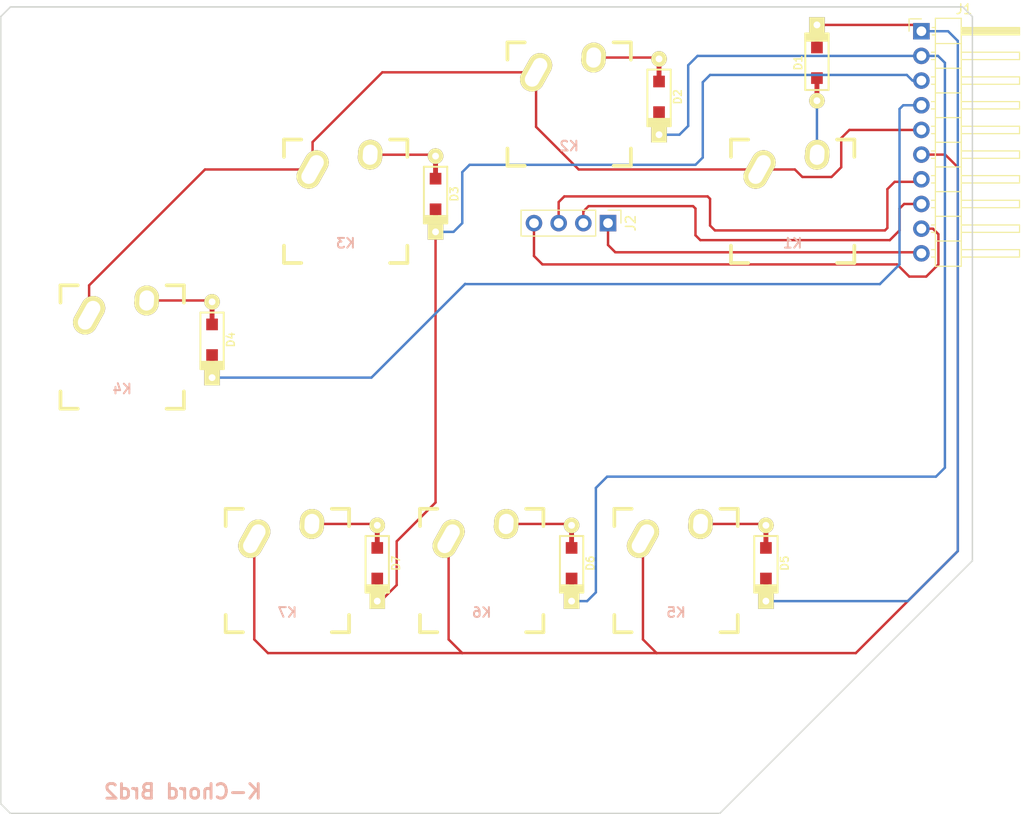
<source format=kicad_pcb>
(kicad_pcb (version 20171130) (host pcbnew "(5.1.2)-2")

  (general
    (thickness 1.6)
    (drawings 9)
    (tracks 125)
    (zones 0)
    (modules 22)
    (nets 18)
  )

  (page A4)
  (layers
    (0 F.Cu signal)
    (31 B.Cu signal)
    (32 B.Adhes user)
    (33 F.Adhes user)
    (34 B.Paste user)
    (35 F.Paste user)
    (36 B.SilkS user)
    (37 F.SilkS user)
    (38 B.Mask user)
    (39 F.Mask user)
    (40 Dwgs.User user)
    (41 Cmts.User user)
    (42 Eco1.User user)
    (43 Eco2.User user)
    (44 Edge.Cuts user)
    (45 Margin user)
    (46 B.CrtYd user)
    (47 F.CrtYd user)
    (48 B.Fab user)
    (49 F.Fab user)
  )

  (setup
    (last_trace_width 0.25)
    (trace_clearance 0.2)
    (zone_clearance 0.508)
    (zone_45_only no)
    (trace_min 0.2)
    (via_size 0.6)
    (via_drill 0.4)
    (via_min_size 0.4)
    (via_min_drill 0.3)
    (uvia_size 0.3)
    (uvia_drill 0.1)
    (uvias_allowed no)
    (uvia_min_size 0.2)
    (uvia_min_drill 0.1)
    (edge_width 0.15)
    (segment_width 0.2)
    (pcb_text_width 0.3)
    (pcb_text_size 1.5 1.5)
    (mod_edge_width 0.15)
    (mod_text_size 1 1)
    (mod_text_width 0.15)
    (pad_size 1.524 1.524)
    (pad_drill 0.762)
    (pad_to_mask_clearance 0.2)
    (aux_axis_origin 0 0)
    (visible_elements 7FFFFFFF)
    (pcbplotparams
      (layerselection 0x010f0_ffffffff)
      (usegerberextensions false)
      (usegerberattributes false)
      (usegerberadvancedattributes false)
      (creategerberjobfile false)
      (excludeedgelayer true)
      (linewidth 0.100000)
      (plotframeref false)
      (viasonmask false)
      (mode 1)
      (useauxorigin false)
      (hpglpennumber 1)
      (hpglpenspeed 20)
      (hpglpendiameter 15.000000)
      (psnegative false)
      (psa4output false)
      (plotreference true)
      (plotvalue true)
      (plotinvisibletext false)
      (padsonsilk false)
      (subtractmaskfromsilk false)
      (outputformat 1)
      (mirror false)
      (drillshape 0)
      (scaleselection 1)
      (outputdirectory ""))
  )

  (net 0 "")
  (net 1 "Net-(D1-Pad2)")
  (net 2 "Net-(D1-Pad1)")
  (net 3 "Net-(D2-Pad2)")
  (net 4 "Net-(D2-Pad1)")
  (net 5 "Net-(D3-Pad2)")
  (net 6 "Net-(D3-Pad1)")
  (net 7 "Net-(D4-Pad2)")
  (net 8 "Net-(D4-Pad1)")
  (net 9 "Net-(D5-Pad2)")
  (net 10 "Net-(D6-Pad2)")
  (net 11 "Net-(D7-Pad2)")
  (net 12 "Net-(J1-Pad5)")
  (net 13 "Net-(J1-Pad6)")
  (net 14 "Net-(J1-Pad7)")
  (net 15 "Net-(J1-Pad8)")
  (net 16 "Net-(J1-Pad9)")
  (net 17 "Net-(J1-Pad10)")

  (net_class Default "This is the default net class."
    (clearance 0.2)
    (trace_width 0.25)
    (via_dia 0.6)
    (via_drill 0.4)
    (uvia_dia 0.3)
    (uvia_drill 0.1)
    (add_net "Net-(D1-Pad1)")
    (add_net "Net-(D1-Pad2)")
    (add_net "Net-(D2-Pad1)")
    (add_net "Net-(D2-Pad2)")
    (add_net "Net-(D3-Pad1)")
    (add_net "Net-(D3-Pad2)")
    (add_net "Net-(D4-Pad1)")
    (add_net "Net-(D4-Pad2)")
    (add_net "Net-(D5-Pad2)")
    (add_net "Net-(D6-Pad2)")
    (add_net "Net-(D7-Pad2)")
    (add_net "Net-(J1-Pad10)")
    (add_net "Net-(J1-Pad5)")
    (add_net "Net-(J1-Pad6)")
    (add_net "Net-(J1-Pad7)")
    (add_net "Net-(J1-Pad8)")
    (add_net "Net-(J1-Pad9)")
  )

  (module Mounting_Holes:MountingHole_3.2mm_M3 (layer F.Cu) (tedit 5A2B3836) (tstamp 5A2B3877)
    (at 187.5 73.5)
    (descr "Mounting Hole 3.2mm, no annular, M3")
    (tags "mounting hole 3.2mm no annular m3")
    (attr virtual)
    (fp_text reference "" (at 0 -4.2) (layer F.SilkS)
      (effects (font (size 1 1) (thickness 0.15)))
    )
    (fp_text value 3.2mm (at -1 4.25) (layer F.Fab)
      (effects (font (size 1 1) (thickness 0.15)))
    )
    (fp_text user %R (at 0.3 0) (layer F.Fab)
      (effects (font (size 1 1) (thickness 0.15)))
    )
    (fp_circle (center 0 0) (end 3.2 0) (layer Cmts.User) (width 0.15))
    (fp_circle (center 0 0) (end 3.45 0) (layer F.CrtYd) (width 0.05))
    (pad 1 np_thru_hole circle (at 0 0) (size 3.2 3.2) (drill 3.2) (layers *.Cu *.Mask))
  )

  (module Mounting_Holes:MountingHole_3.2mm_M3 (layer F.Cu) (tedit 5A2B37B9) (tstamp 5A2B3855)
    (at 172.25 109.25)
    (descr "Mounting Hole 3.2mm, no annular, M3")
    (tags "mounting hole 3.2mm no annular m3")
    (attr virtual)
    (fp_text reference "" (at 0 -4.2) (layer F.SilkS)
      (effects (font (size 1 1) (thickness 0.15)))
    )
    (fp_text value 3.2mm (at -0.75 -4.5) (layer F.Fab)
      (effects (font (size 1 1) (thickness 0.15)))
    )
    (fp_text user %R (at 0.3 0) (layer F.Fab)
      (effects (font (size 1 1) (thickness 0.15)))
    )
    (fp_circle (center 0 0) (end 3.2 0) (layer Cmts.User) (width 0.15))
    (fp_circle (center 0 0) (end 3.45 0) (layer F.CrtYd) (width 0.05))
    (pad 1 np_thru_hole circle (at 0 0) (size 3.2 3.2) (drill 3.2) (layers *.Cu *.Mask))
  )

  (module Mounting_Holes:MountingHole_3.2mm_M3 (layer F.Cu) (tedit 5A2B37B9) (tstamp 5A2B383D)
    (at 103.75 109.25)
    (descr "Mounting Hole 3.2mm, no annular, M3")
    (tags "mounting hole 3.2mm no annular m3")
    (attr virtual)
    (fp_text reference "" (at 0 -4.2) (layer F.SilkS)
      (effects (font (size 1 1) (thickness 0.15)))
    )
    (fp_text value 3.2mm (at -0.75 -4.5) (layer F.Fab)
      (effects (font (size 1 1) (thickness 0.15)))
    )
    (fp_text user %R (at 0.3 0) (layer F.Fab)
      (effects (font (size 1 1) (thickness 0.15)))
    )
    (fp_circle (center 0 0) (end 3.2 0) (layer Cmts.User) (width 0.15))
    (fp_circle (center 0 0) (end 3.45 0) (layer F.CrtYd) (width 0.05))
    (pad 1 np_thru_hole circle (at 0 0) (size 3.2 3.2) (drill 3.2) (layers *.Cu *.Mask))
  )

  (module keyboard_parts:D_SOD123_axial (layer F.Cu) (tedit 561B6A12) (tstamp 5A29DB76)
    (at 184 35.75 270)
    (path /5A29D981)
    (attr smd)
    (fp_text reference D1 (at 0 1.925 270) (layer F.SilkS)
      (effects (font (size 0.8 0.8) (thickness 0.15)))
    )
    (fp_text value D (at 0 -1.925 270) (layer F.SilkS) hide
      (effects (font (size 0.8 0.8) (thickness 0.15)))
    )
    (fp_line (start -2.275 -1.2) (end -2.275 1.2) (layer F.SilkS) (width 0.2))
    (fp_line (start -2.45 -1.2) (end -2.45 1.2) (layer F.SilkS) (width 0.2))
    (fp_line (start -2.625 -1.2) (end -2.625 1.2) (layer F.SilkS) (width 0.2))
    (fp_line (start -3.025 1.2) (end -3.025 -1.2) (layer F.SilkS) (width 0.2))
    (fp_line (start -2.8 -1.2) (end -2.8 1.2) (layer F.SilkS) (width 0.2))
    (fp_line (start -2.925 -1.2) (end -2.925 1.2) (layer F.SilkS) (width 0.2))
    (fp_line (start -3 -1.2) (end 2.8 -1.2) (layer F.SilkS) (width 0.2))
    (fp_line (start 2.8 -1.2) (end 2.8 1.2) (layer F.SilkS) (width 0.2))
    (fp_line (start 2.8 1.2) (end -3 1.2) (layer F.SilkS) (width 0.2))
    (pad 2 smd rect (at 1.575 0 270) (size 1.2 1.2) (layers F.Cu F.Paste F.Mask)
      (net 1 "Net-(D1-Pad2)"))
    (pad 1 smd rect (at -1.575 0 270) (size 1.2 1.2) (layers F.Cu F.Paste F.Mask)
      (net 2 "Net-(D1-Pad1)"))
    (pad 1 thru_hole rect (at -3.9 0 270) (size 1.6 1.6) (drill 0.7) (layers *.Cu *.Mask F.SilkS)
      (net 2 "Net-(D1-Pad1)"))
    (pad 2 thru_hole circle (at 3.9 0 270) (size 1.6 1.6) (drill 0.7) (layers *.Cu *.Mask F.SilkS)
      (net 1 "Net-(D1-Pad2)"))
    (pad 1 smd rect (at -2.7 0 270) (size 2.5 0.5) (layers F.Cu)
      (net 2 "Net-(D1-Pad1)") (solder_mask_margin -999))
    (pad 2 smd rect (at 2.7 0 270) (size 2.5 0.5) (layers F.Cu)
      (net 1 "Net-(D1-Pad2)") (solder_mask_margin -999))
  )

  (module keyboard_parts:D_SOD123_axial (layer F.Cu) (tedit 561B6A12) (tstamp 5A29DB80)
    (at 167.75 39.25 90)
    (path /5A29D9AA)
    (attr smd)
    (fp_text reference D2 (at 0 1.925 90) (layer F.SilkS)
      (effects (font (size 0.8 0.8) (thickness 0.15)))
    )
    (fp_text value D (at 0 -1.925 90) (layer F.SilkS) hide
      (effects (font (size 0.8 0.8) (thickness 0.15)))
    )
    (fp_line (start -2.275 -1.2) (end -2.275 1.2) (layer F.SilkS) (width 0.2))
    (fp_line (start -2.45 -1.2) (end -2.45 1.2) (layer F.SilkS) (width 0.2))
    (fp_line (start -2.625 -1.2) (end -2.625 1.2) (layer F.SilkS) (width 0.2))
    (fp_line (start -3.025 1.2) (end -3.025 -1.2) (layer F.SilkS) (width 0.2))
    (fp_line (start -2.8 -1.2) (end -2.8 1.2) (layer F.SilkS) (width 0.2))
    (fp_line (start -2.925 -1.2) (end -2.925 1.2) (layer F.SilkS) (width 0.2))
    (fp_line (start -3 -1.2) (end 2.8 -1.2) (layer F.SilkS) (width 0.2))
    (fp_line (start 2.8 -1.2) (end 2.8 1.2) (layer F.SilkS) (width 0.2))
    (fp_line (start 2.8 1.2) (end -3 1.2) (layer F.SilkS) (width 0.2))
    (pad 2 smd rect (at 1.575 0 90) (size 1.2 1.2) (layers F.Cu F.Paste F.Mask)
      (net 3 "Net-(D2-Pad2)"))
    (pad 1 smd rect (at -1.575 0 90) (size 1.2 1.2) (layers F.Cu F.Paste F.Mask)
      (net 4 "Net-(D2-Pad1)"))
    (pad 1 thru_hole rect (at -3.9 0 90) (size 1.6 1.6) (drill 0.7) (layers *.Cu *.Mask F.SilkS)
      (net 4 "Net-(D2-Pad1)"))
    (pad 2 thru_hole circle (at 3.9 0 90) (size 1.6 1.6) (drill 0.7) (layers *.Cu *.Mask F.SilkS)
      (net 3 "Net-(D2-Pad2)"))
    (pad 1 smd rect (at -2.7 0 90) (size 2.5 0.5) (layers F.Cu)
      (net 4 "Net-(D2-Pad1)") (solder_mask_margin -999))
    (pad 2 smd rect (at 2.7 0 90) (size 2.5 0.5) (layers F.Cu)
      (net 3 "Net-(D2-Pad2)") (solder_mask_margin -999))
  )

  (module keyboard_parts:D_SOD123_axial (layer F.Cu) (tedit 561B6A12) (tstamp 5A29DB8A)
    (at 144.75 49.25 90)
    (path /5A29D9CB)
    (attr smd)
    (fp_text reference D3 (at 0 1.925 90) (layer F.SilkS)
      (effects (font (size 0.8 0.8) (thickness 0.15)))
    )
    (fp_text value D (at 0 -1.925 90) (layer F.SilkS) hide
      (effects (font (size 0.8 0.8) (thickness 0.15)))
    )
    (fp_line (start -2.275 -1.2) (end -2.275 1.2) (layer F.SilkS) (width 0.2))
    (fp_line (start -2.45 -1.2) (end -2.45 1.2) (layer F.SilkS) (width 0.2))
    (fp_line (start -2.625 -1.2) (end -2.625 1.2) (layer F.SilkS) (width 0.2))
    (fp_line (start -3.025 1.2) (end -3.025 -1.2) (layer F.SilkS) (width 0.2))
    (fp_line (start -2.8 -1.2) (end -2.8 1.2) (layer F.SilkS) (width 0.2))
    (fp_line (start -2.925 -1.2) (end -2.925 1.2) (layer F.SilkS) (width 0.2))
    (fp_line (start -3 -1.2) (end 2.8 -1.2) (layer F.SilkS) (width 0.2))
    (fp_line (start 2.8 -1.2) (end 2.8 1.2) (layer F.SilkS) (width 0.2))
    (fp_line (start 2.8 1.2) (end -3 1.2) (layer F.SilkS) (width 0.2))
    (pad 2 smd rect (at 1.575 0 90) (size 1.2 1.2) (layers F.Cu F.Paste F.Mask)
      (net 5 "Net-(D3-Pad2)"))
    (pad 1 smd rect (at -1.575 0 90) (size 1.2 1.2) (layers F.Cu F.Paste F.Mask)
      (net 6 "Net-(D3-Pad1)"))
    (pad 1 thru_hole rect (at -3.9 0 90) (size 1.6 1.6) (drill 0.7) (layers *.Cu *.Mask F.SilkS)
      (net 6 "Net-(D3-Pad1)"))
    (pad 2 thru_hole circle (at 3.9 0 90) (size 1.6 1.6) (drill 0.7) (layers *.Cu *.Mask F.SilkS)
      (net 5 "Net-(D3-Pad2)"))
    (pad 1 smd rect (at -2.7 0 90) (size 2.5 0.5) (layers F.Cu)
      (net 6 "Net-(D3-Pad1)") (solder_mask_margin -999))
    (pad 2 smd rect (at 2.7 0 90) (size 2.5 0.5) (layers F.Cu)
      (net 5 "Net-(D3-Pad2)") (solder_mask_margin -999))
  )

  (module keyboard_parts:D_SOD123_axial (layer F.Cu) (tedit 561B6A12) (tstamp 5A29DB94)
    (at 121.75 64.25 90)
    (path /5A29DA06)
    (attr smd)
    (fp_text reference D4 (at 0 1.925 90) (layer F.SilkS)
      (effects (font (size 0.8 0.8) (thickness 0.15)))
    )
    (fp_text value D (at 0 -1.925 90) (layer F.SilkS) hide
      (effects (font (size 0.8 0.8) (thickness 0.15)))
    )
    (fp_line (start -2.275 -1.2) (end -2.275 1.2) (layer F.SilkS) (width 0.2))
    (fp_line (start -2.45 -1.2) (end -2.45 1.2) (layer F.SilkS) (width 0.2))
    (fp_line (start -2.625 -1.2) (end -2.625 1.2) (layer F.SilkS) (width 0.2))
    (fp_line (start -3.025 1.2) (end -3.025 -1.2) (layer F.SilkS) (width 0.2))
    (fp_line (start -2.8 -1.2) (end -2.8 1.2) (layer F.SilkS) (width 0.2))
    (fp_line (start -2.925 -1.2) (end -2.925 1.2) (layer F.SilkS) (width 0.2))
    (fp_line (start -3 -1.2) (end 2.8 -1.2) (layer F.SilkS) (width 0.2))
    (fp_line (start 2.8 -1.2) (end 2.8 1.2) (layer F.SilkS) (width 0.2))
    (fp_line (start 2.8 1.2) (end -3 1.2) (layer F.SilkS) (width 0.2))
    (pad 2 smd rect (at 1.575 0 90) (size 1.2 1.2) (layers F.Cu F.Paste F.Mask)
      (net 7 "Net-(D4-Pad2)"))
    (pad 1 smd rect (at -1.575 0 90) (size 1.2 1.2) (layers F.Cu F.Paste F.Mask)
      (net 8 "Net-(D4-Pad1)"))
    (pad 1 thru_hole rect (at -3.9 0 90) (size 1.6 1.6) (drill 0.7) (layers *.Cu *.Mask F.SilkS)
      (net 8 "Net-(D4-Pad1)"))
    (pad 2 thru_hole circle (at 3.9 0 90) (size 1.6 1.6) (drill 0.7) (layers *.Cu *.Mask F.SilkS)
      (net 7 "Net-(D4-Pad2)"))
    (pad 1 smd rect (at -2.7 0 90) (size 2.5 0.5) (layers F.Cu)
      (net 8 "Net-(D4-Pad1)") (solder_mask_margin -999))
    (pad 2 smd rect (at 2.7 0 90) (size 2.5 0.5) (layers F.Cu)
      (net 7 "Net-(D4-Pad2)") (solder_mask_margin -999))
  )

  (module keyboard_parts:D_SOD123_axial (layer F.Cu) (tedit 561B6A12) (tstamp 5A29F38B)
    (at 178.75 87.25 90)
    (path /5A29DF3E)
    (attr smd)
    (fp_text reference D5 (at 0 1.925 90) (layer F.SilkS)
      (effects (font (size 0.8 0.8) (thickness 0.15)))
    )
    (fp_text value D (at 0 -1.925 90) (layer F.SilkS) hide
      (effects (font (size 0.8 0.8) (thickness 0.15)))
    )
    (fp_line (start -2.275 -1.2) (end -2.275 1.2) (layer F.SilkS) (width 0.2))
    (fp_line (start -2.45 -1.2) (end -2.45 1.2) (layer F.SilkS) (width 0.2))
    (fp_line (start -2.625 -1.2) (end -2.625 1.2) (layer F.SilkS) (width 0.2))
    (fp_line (start -3.025 1.2) (end -3.025 -1.2) (layer F.SilkS) (width 0.2))
    (fp_line (start -2.8 -1.2) (end -2.8 1.2) (layer F.SilkS) (width 0.2))
    (fp_line (start -2.925 -1.2) (end -2.925 1.2) (layer F.SilkS) (width 0.2))
    (fp_line (start -3 -1.2) (end 2.8 -1.2) (layer F.SilkS) (width 0.2))
    (fp_line (start 2.8 -1.2) (end 2.8 1.2) (layer F.SilkS) (width 0.2))
    (fp_line (start 2.8 1.2) (end -3 1.2) (layer F.SilkS) (width 0.2))
    (pad 2 smd rect (at 1.575 0 90) (size 1.2 1.2) (layers F.Cu F.Paste F.Mask)
      (net 9 "Net-(D5-Pad2)"))
    (pad 1 smd rect (at -1.575 0 90) (size 1.2 1.2) (layers F.Cu F.Paste F.Mask)
      (net 2 "Net-(D1-Pad1)"))
    (pad 1 thru_hole rect (at -3.9 0 90) (size 1.6 1.6) (drill 0.7) (layers *.Cu *.Mask F.SilkS)
      (net 2 "Net-(D1-Pad1)"))
    (pad 2 thru_hole circle (at 3.9 0 90) (size 1.6 1.6) (drill 0.7) (layers *.Cu *.Mask F.SilkS)
      (net 9 "Net-(D5-Pad2)"))
    (pad 1 smd rect (at -2.7 0 90) (size 2.5 0.5) (layers F.Cu)
      (net 2 "Net-(D1-Pad1)") (solder_mask_margin -999))
    (pad 2 smd rect (at 2.7 0 90) (size 2.5 0.5) (layers F.Cu)
      (net 9 "Net-(D5-Pad2)") (solder_mask_margin -999))
  )

  (module keyboard_parts:D_SOD123_axial (layer F.Cu) (tedit 561B6A12) (tstamp 5A29F395)
    (at 158.75 87.25 90)
    (path /5A29DF5F)
    (attr smd)
    (fp_text reference D6 (at 0 1.925 90) (layer F.SilkS)
      (effects (font (size 0.8 0.8) (thickness 0.15)))
    )
    (fp_text value D (at 0 -1.925 90) (layer F.SilkS) hide
      (effects (font (size 0.8 0.8) (thickness 0.15)))
    )
    (fp_line (start -2.275 -1.2) (end -2.275 1.2) (layer F.SilkS) (width 0.2))
    (fp_line (start -2.45 -1.2) (end -2.45 1.2) (layer F.SilkS) (width 0.2))
    (fp_line (start -2.625 -1.2) (end -2.625 1.2) (layer F.SilkS) (width 0.2))
    (fp_line (start -3.025 1.2) (end -3.025 -1.2) (layer F.SilkS) (width 0.2))
    (fp_line (start -2.8 -1.2) (end -2.8 1.2) (layer F.SilkS) (width 0.2))
    (fp_line (start -2.925 -1.2) (end -2.925 1.2) (layer F.SilkS) (width 0.2))
    (fp_line (start -3 -1.2) (end 2.8 -1.2) (layer F.SilkS) (width 0.2))
    (fp_line (start 2.8 -1.2) (end 2.8 1.2) (layer F.SilkS) (width 0.2))
    (fp_line (start 2.8 1.2) (end -3 1.2) (layer F.SilkS) (width 0.2))
    (pad 2 smd rect (at 1.575 0 90) (size 1.2 1.2) (layers F.Cu F.Paste F.Mask)
      (net 10 "Net-(D6-Pad2)"))
    (pad 1 smd rect (at -1.575 0 90) (size 1.2 1.2) (layers F.Cu F.Paste F.Mask)
      (net 4 "Net-(D2-Pad1)"))
    (pad 1 thru_hole rect (at -3.9 0 90) (size 1.6 1.6) (drill 0.7) (layers *.Cu *.Mask F.SilkS)
      (net 4 "Net-(D2-Pad1)"))
    (pad 2 thru_hole circle (at 3.9 0 90) (size 1.6 1.6) (drill 0.7) (layers *.Cu *.Mask F.SilkS)
      (net 10 "Net-(D6-Pad2)"))
    (pad 1 smd rect (at -2.7 0 90) (size 2.5 0.5) (layers F.Cu)
      (net 4 "Net-(D2-Pad1)") (solder_mask_margin -999))
    (pad 2 smd rect (at 2.7 0 90) (size 2.5 0.5) (layers F.Cu)
      (net 10 "Net-(D6-Pad2)") (solder_mask_margin -999))
  )

  (module keyboard_parts:D_SOD123_axial (layer F.Cu) (tedit 561B6A12) (tstamp 5A29F39F)
    (at 138.75 87.25 90)
    (path /5A29DF90)
    (attr smd)
    (fp_text reference D7 (at 0 1.925 90) (layer F.SilkS)
      (effects (font (size 0.8 0.8) (thickness 0.15)))
    )
    (fp_text value D (at 0 -1.925 90) (layer F.SilkS) hide
      (effects (font (size 0.8 0.8) (thickness 0.15)))
    )
    (fp_line (start -2.275 -1.2) (end -2.275 1.2) (layer F.SilkS) (width 0.2))
    (fp_line (start -2.45 -1.2) (end -2.45 1.2) (layer F.SilkS) (width 0.2))
    (fp_line (start -2.625 -1.2) (end -2.625 1.2) (layer F.SilkS) (width 0.2))
    (fp_line (start -3.025 1.2) (end -3.025 -1.2) (layer F.SilkS) (width 0.2))
    (fp_line (start -2.8 -1.2) (end -2.8 1.2) (layer F.SilkS) (width 0.2))
    (fp_line (start -2.925 -1.2) (end -2.925 1.2) (layer F.SilkS) (width 0.2))
    (fp_line (start -3 -1.2) (end 2.8 -1.2) (layer F.SilkS) (width 0.2))
    (fp_line (start 2.8 -1.2) (end 2.8 1.2) (layer F.SilkS) (width 0.2))
    (fp_line (start 2.8 1.2) (end -3 1.2) (layer F.SilkS) (width 0.2))
    (pad 2 smd rect (at 1.575 0 90) (size 1.2 1.2) (layers F.Cu F.Paste F.Mask)
      (net 11 "Net-(D7-Pad2)"))
    (pad 1 smd rect (at -1.575 0 90) (size 1.2 1.2) (layers F.Cu F.Paste F.Mask)
      (net 6 "Net-(D3-Pad1)"))
    (pad 1 thru_hole rect (at -3.9 0 90) (size 1.6 1.6) (drill 0.7) (layers *.Cu *.Mask F.SilkS)
      (net 6 "Net-(D3-Pad1)"))
    (pad 2 thru_hole circle (at 3.9 0 90) (size 1.6 1.6) (drill 0.7) (layers *.Cu *.Mask F.SilkS)
      (net 11 "Net-(D7-Pad2)"))
    (pad 1 smd rect (at -2.7 0 90) (size 2.5 0.5) (layers F.Cu)
      (net 6 "Net-(D3-Pad1)") (solder_mask_margin -999))
    (pad 2 smd rect (at 2.7 0 90) (size 2.5 0.5) (layers F.Cu)
      (net 11 "Net-(D7-Pad2)") (solder_mask_margin -999))
  )

  (module Pin_Headers:Pin_Header_Angled_1x10_Pitch2.54mm (layer F.Cu) (tedit 59650532) (tstamp 5A29F3B7)
    (at 194.75 32.5)
    (descr "Through hole angled pin header, 1x10, 2.54mm pitch, 6mm pin length, single row")
    (tags "Through hole angled pin header THT 1x10 2.54mm single row")
    (path /5A29E5A8)
    (fp_text reference J1 (at 4.385 -2.27) (layer F.SilkS)
      (effects (font (size 1 1) (thickness 0.15)))
    )
    (fp_text value Main (at 4.385 25.13) (layer F.Fab)
      (effects (font (size 1 1) (thickness 0.15)))
    )
    (fp_line (start 2.135 -1.27) (end 4.04 -1.27) (layer F.Fab) (width 0.1))
    (fp_line (start 4.04 -1.27) (end 4.04 24.13) (layer F.Fab) (width 0.1))
    (fp_line (start 4.04 24.13) (end 1.5 24.13) (layer F.Fab) (width 0.1))
    (fp_line (start 1.5 24.13) (end 1.5 -0.635) (layer F.Fab) (width 0.1))
    (fp_line (start 1.5 -0.635) (end 2.135 -1.27) (layer F.Fab) (width 0.1))
    (fp_line (start -0.32 -0.32) (end 1.5 -0.32) (layer F.Fab) (width 0.1))
    (fp_line (start -0.32 -0.32) (end -0.32 0.32) (layer F.Fab) (width 0.1))
    (fp_line (start -0.32 0.32) (end 1.5 0.32) (layer F.Fab) (width 0.1))
    (fp_line (start 4.04 -0.32) (end 10.04 -0.32) (layer F.Fab) (width 0.1))
    (fp_line (start 10.04 -0.32) (end 10.04 0.32) (layer F.Fab) (width 0.1))
    (fp_line (start 4.04 0.32) (end 10.04 0.32) (layer F.Fab) (width 0.1))
    (fp_line (start -0.32 2.22) (end 1.5 2.22) (layer F.Fab) (width 0.1))
    (fp_line (start -0.32 2.22) (end -0.32 2.86) (layer F.Fab) (width 0.1))
    (fp_line (start -0.32 2.86) (end 1.5 2.86) (layer F.Fab) (width 0.1))
    (fp_line (start 4.04 2.22) (end 10.04 2.22) (layer F.Fab) (width 0.1))
    (fp_line (start 10.04 2.22) (end 10.04 2.86) (layer F.Fab) (width 0.1))
    (fp_line (start 4.04 2.86) (end 10.04 2.86) (layer F.Fab) (width 0.1))
    (fp_line (start -0.32 4.76) (end 1.5 4.76) (layer F.Fab) (width 0.1))
    (fp_line (start -0.32 4.76) (end -0.32 5.4) (layer F.Fab) (width 0.1))
    (fp_line (start -0.32 5.4) (end 1.5 5.4) (layer F.Fab) (width 0.1))
    (fp_line (start 4.04 4.76) (end 10.04 4.76) (layer F.Fab) (width 0.1))
    (fp_line (start 10.04 4.76) (end 10.04 5.4) (layer F.Fab) (width 0.1))
    (fp_line (start 4.04 5.4) (end 10.04 5.4) (layer F.Fab) (width 0.1))
    (fp_line (start -0.32 7.3) (end 1.5 7.3) (layer F.Fab) (width 0.1))
    (fp_line (start -0.32 7.3) (end -0.32 7.94) (layer F.Fab) (width 0.1))
    (fp_line (start -0.32 7.94) (end 1.5 7.94) (layer F.Fab) (width 0.1))
    (fp_line (start 4.04 7.3) (end 10.04 7.3) (layer F.Fab) (width 0.1))
    (fp_line (start 10.04 7.3) (end 10.04 7.94) (layer F.Fab) (width 0.1))
    (fp_line (start 4.04 7.94) (end 10.04 7.94) (layer F.Fab) (width 0.1))
    (fp_line (start -0.32 9.84) (end 1.5 9.84) (layer F.Fab) (width 0.1))
    (fp_line (start -0.32 9.84) (end -0.32 10.48) (layer F.Fab) (width 0.1))
    (fp_line (start -0.32 10.48) (end 1.5 10.48) (layer F.Fab) (width 0.1))
    (fp_line (start 4.04 9.84) (end 10.04 9.84) (layer F.Fab) (width 0.1))
    (fp_line (start 10.04 9.84) (end 10.04 10.48) (layer F.Fab) (width 0.1))
    (fp_line (start 4.04 10.48) (end 10.04 10.48) (layer F.Fab) (width 0.1))
    (fp_line (start -0.32 12.38) (end 1.5 12.38) (layer F.Fab) (width 0.1))
    (fp_line (start -0.32 12.38) (end -0.32 13.02) (layer F.Fab) (width 0.1))
    (fp_line (start -0.32 13.02) (end 1.5 13.02) (layer F.Fab) (width 0.1))
    (fp_line (start 4.04 12.38) (end 10.04 12.38) (layer F.Fab) (width 0.1))
    (fp_line (start 10.04 12.38) (end 10.04 13.02) (layer F.Fab) (width 0.1))
    (fp_line (start 4.04 13.02) (end 10.04 13.02) (layer F.Fab) (width 0.1))
    (fp_line (start -0.32 14.92) (end 1.5 14.92) (layer F.Fab) (width 0.1))
    (fp_line (start -0.32 14.92) (end -0.32 15.56) (layer F.Fab) (width 0.1))
    (fp_line (start -0.32 15.56) (end 1.5 15.56) (layer F.Fab) (width 0.1))
    (fp_line (start 4.04 14.92) (end 10.04 14.92) (layer F.Fab) (width 0.1))
    (fp_line (start 10.04 14.92) (end 10.04 15.56) (layer F.Fab) (width 0.1))
    (fp_line (start 4.04 15.56) (end 10.04 15.56) (layer F.Fab) (width 0.1))
    (fp_line (start -0.32 17.46) (end 1.5 17.46) (layer F.Fab) (width 0.1))
    (fp_line (start -0.32 17.46) (end -0.32 18.1) (layer F.Fab) (width 0.1))
    (fp_line (start -0.32 18.1) (end 1.5 18.1) (layer F.Fab) (width 0.1))
    (fp_line (start 4.04 17.46) (end 10.04 17.46) (layer F.Fab) (width 0.1))
    (fp_line (start 10.04 17.46) (end 10.04 18.1) (layer F.Fab) (width 0.1))
    (fp_line (start 4.04 18.1) (end 10.04 18.1) (layer F.Fab) (width 0.1))
    (fp_line (start -0.32 20) (end 1.5 20) (layer F.Fab) (width 0.1))
    (fp_line (start -0.32 20) (end -0.32 20.64) (layer F.Fab) (width 0.1))
    (fp_line (start -0.32 20.64) (end 1.5 20.64) (layer F.Fab) (width 0.1))
    (fp_line (start 4.04 20) (end 10.04 20) (layer F.Fab) (width 0.1))
    (fp_line (start 10.04 20) (end 10.04 20.64) (layer F.Fab) (width 0.1))
    (fp_line (start 4.04 20.64) (end 10.04 20.64) (layer F.Fab) (width 0.1))
    (fp_line (start -0.32 22.54) (end 1.5 22.54) (layer F.Fab) (width 0.1))
    (fp_line (start -0.32 22.54) (end -0.32 23.18) (layer F.Fab) (width 0.1))
    (fp_line (start -0.32 23.18) (end 1.5 23.18) (layer F.Fab) (width 0.1))
    (fp_line (start 4.04 22.54) (end 10.04 22.54) (layer F.Fab) (width 0.1))
    (fp_line (start 10.04 22.54) (end 10.04 23.18) (layer F.Fab) (width 0.1))
    (fp_line (start 4.04 23.18) (end 10.04 23.18) (layer F.Fab) (width 0.1))
    (fp_line (start 1.44 -1.33) (end 1.44 24.19) (layer F.SilkS) (width 0.12))
    (fp_line (start 1.44 24.19) (end 4.1 24.19) (layer F.SilkS) (width 0.12))
    (fp_line (start 4.1 24.19) (end 4.1 -1.33) (layer F.SilkS) (width 0.12))
    (fp_line (start 4.1 -1.33) (end 1.44 -1.33) (layer F.SilkS) (width 0.12))
    (fp_line (start 4.1 -0.38) (end 10.1 -0.38) (layer F.SilkS) (width 0.12))
    (fp_line (start 10.1 -0.38) (end 10.1 0.38) (layer F.SilkS) (width 0.12))
    (fp_line (start 10.1 0.38) (end 4.1 0.38) (layer F.SilkS) (width 0.12))
    (fp_line (start 4.1 -0.32) (end 10.1 -0.32) (layer F.SilkS) (width 0.12))
    (fp_line (start 4.1 -0.2) (end 10.1 -0.2) (layer F.SilkS) (width 0.12))
    (fp_line (start 4.1 -0.08) (end 10.1 -0.08) (layer F.SilkS) (width 0.12))
    (fp_line (start 4.1 0.04) (end 10.1 0.04) (layer F.SilkS) (width 0.12))
    (fp_line (start 4.1 0.16) (end 10.1 0.16) (layer F.SilkS) (width 0.12))
    (fp_line (start 4.1 0.28) (end 10.1 0.28) (layer F.SilkS) (width 0.12))
    (fp_line (start 1.11 -0.38) (end 1.44 -0.38) (layer F.SilkS) (width 0.12))
    (fp_line (start 1.11 0.38) (end 1.44 0.38) (layer F.SilkS) (width 0.12))
    (fp_line (start 1.44 1.27) (end 4.1 1.27) (layer F.SilkS) (width 0.12))
    (fp_line (start 4.1 2.16) (end 10.1 2.16) (layer F.SilkS) (width 0.12))
    (fp_line (start 10.1 2.16) (end 10.1 2.92) (layer F.SilkS) (width 0.12))
    (fp_line (start 10.1 2.92) (end 4.1 2.92) (layer F.SilkS) (width 0.12))
    (fp_line (start 1.042929 2.16) (end 1.44 2.16) (layer F.SilkS) (width 0.12))
    (fp_line (start 1.042929 2.92) (end 1.44 2.92) (layer F.SilkS) (width 0.12))
    (fp_line (start 1.44 3.81) (end 4.1 3.81) (layer F.SilkS) (width 0.12))
    (fp_line (start 4.1 4.7) (end 10.1 4.7) (layer F.SilkS) (width 0.12))
    (fp_line (start 10.1 4.7) (end 10.1 5.46) (layer F.SilkS) (width 0.12))
    (fp_line (start 10.1 5.46) (end 4.1 5.46) (layer F.SilkS) (width 0.12))
    (fp_line (start 1.042929 4.7) (end 1.44 4.7) (layer F.SilkS) (width 0.12))
    (fp_line (start 1.042929 5.46) (end 1.44 5.46) (layer F.SilkS) (width 0.12))
    (fp_line (start 1.44 6.35) (end 4.1 6.35) (layer F.SilkS) (width 0.12))
    (fp_line (start 4.1 7.24) (end 10.1 7.24) (layer F.SilkS) (width 0.12))
    (fp_line (start 10.1 7.24) (end 10.1 8) (layer F.SilkS) (width 0.12))
    (fp_line (start 10.1 8) (end 4.1 8) (layer F.SilkS) (width 0.12))
    (fp_line (start 1.042929 7.24) (end 1.44 7.24) (layer F.SilkS) (width 0.12))
    (fp_line (start 1.042929 8) (end 1.44 8) (layer F.SilkS) (width 0.12))
    (fp_line (start 1.44 8.89) (end 4.1 8.89) (layer F.SilkS) (width 0.12))
    (fp_line (start 4.1 9.78) (end 10.1 9.78) (layer F.SilkS) (width 0.12))
    (fp_line (start 10.1 9.78) (end 10.1 10.54) (layer F.SilkS) (width 0.12))
    (fp_line (start 10.1 10.54) (end 4.1 10.54) (layer F.SilkS) (width 0.12))
    (fp_line (start 1.042929 9.78) (end 1.44 9.78) (layer F.SilkS) (width 0.12))
    (fp_line (start 1.042929 10.54) (end 1.44 10.54) (layer F.SilkS) (width 0.12))
    (fp_line (start 1.44 11.43) (end 4.1 11.43) (layer F.SilkS) (width 0.12))
    (fp_line (start 4.1 12.32) (end 10.1 12.32) (layer F.SilkS) (width 0.12))
    (fp_line (start 10.1 12.32) (end 10.1 13.08) (layer F.SilkS) (width 0.12))
    (fp_line (start 10.1 13.08) (end 4.1 13.08) (layer F.SilkS) (width 0.12))
    (fp_line (start 1.042929 12.32) (end 1.44 12.32) (layer F.SilkS) (width 0.12))
    (fp_line (start 1.042929 13.08) (end 1.44 13.08) (layer F.SilkS) (width 0.12))
    (fp_line (start 1.44 13.97) (end 4.1 13.97) (layer F.SilkS) (width 0.12))
    (fp_line (start 4.1 14.86) (end 10.1 14.86) (layer F.SilkS) (width 0.12))
    (fp_line (start 10.1 14.86) (end 10.1 15.62) (layer F.SilkS) (width 0.12))
    (fp_line (start 10.1 15.62) (end 4.1 15.62) (layer F.SilkS) (width 0.12))
    (fp_line (start 1.042929 14.86) (end 1.44 14.86) (layer F.SilkS) (width 0.12))
    (fp_line (start 1.042929 15.62) (end 1.44 15.62) (layer F.SilkS) (width 0.12))
    (fp_line (start 1.44 16.51) (end 4.1 16.51) (layer F.SilkS) (width 0.12))
    (fp_line (start 4.1 17.4) (end 10.1 17.4) (layer F.SilkS) (width 0.12))
    (fp_line (start 10.1 17.4) (end 10.1 18.16) (layer F.SilkS) (width 0.12))
    (fp_line (start 10.1 18.16) (end 4.1 18.16) (layer F.SilkS) (width 0.12))
    (fp_line (start 1.042929 17.4) (end 1.44 17.4) (layer F.SilkS) (width 0.12))
    (fp_line (start 1.042929 18.16) (end 1.44 18.16) (layer F.SilkS) (width 0.12))
    (fp_line (start 1.44 19.05) (end 4.1 19.05) (layer F.SilkS) (width 0.12))
    (fp_line (start 4.1 19.94) (end 10.1 19.94) (layer F.SilkS) (width 0.12))
    (fp_line (start 10.1 19.94) (end 10.1 20.7) (layer F.SilkS) (width 0.12))
    (fp_line (start 10.1 20.7) (end 4.1 20.7) (layer F.SilkS) (width 0.12))
    (fp_line (start 1.042929 19.94) (end 1.44 19.94) (layer F.SilkS) (width 0.12))
    (fp_line (start 1.042929 20.7) (end 1.44 20.7) (layer F.SilkS) (width 0.12))
    (fp_line (start 1.44 21.59) (end 4.1 21.59) (layer F.SilkS) (width 0.12))
    (fp_line (start 4.1 22.48) (end 10.1 22.48) (layer F.SilkS) (width 0.12))
    (fp_line (start 10.1 22.48) (end 10.1 23.24) (layer F.SilkS) (width 0.12))
    (fp_line (start 10.1 23.24) (end 4.1 23.24) (layer F.SilkS) (width 0.12))
    (fp_line (start 1.042929 22.48) (end 1.44 22.48) (layer F.SilkS) (width 0.12))
    (fp_line (start 1.042929 23.24) (end 1.44 23.24) (layer F.SilkS) (width 0.12))
    (fp_line (start -1.27 0) (end -1.27 -1.27) (layer F.SilkS) (width 0.12))
    (fp_line (start -1.27 -1.27) (end 0 -1.27) (layer F.SilkS) (width 0.12))
    (fp_line (start -1.8 -1.8) (end -1.8 24.65) (layer F.CrtYd) (width 0.05))
    (fp_line (start -1.8 24.65) (end 10.55 24.65) (layer F.CrtYd) (width 0.05))
    (fp_line (start 10.55 24.65) (end 10.55 -1.8) (layer F.CrtYd) (width 0.05))
    (fp_line (start 10.55 -1.8) (end -1.8 -1.8) (layer F.CrtYd) (width 0.05))
    (fp_text user %R (at 2.77 11.43 90) (layer F.Fab)
      (effects (font (size 1 1) (thickness 0.15)))
    )
    (pad 1 thru_hole rect (at 0 0) (size 1.7 1.7) (drill 1) (layers *.Cu *.Mask)
      (net 2 "Net-(D1-Pad1)"))
    (pad 2 thru_hole oval (at 0 2.54) (size 1.7 1.7) (drill 1) (layers *.Cu *.Mask)
      (net 4 "Net-(D2-Pad1)"))
    (pad 3 thru_hole oval (at 0 5.08) (size 1.7 1.7) (drill 1) (layers *.Cu *.Mask)
      (net 6 "Net-(D3-Pad1)"))
    (pad 4 thru_hole oval (at 0 7.62) (size 1.7 1.7) (drill 1) (layers *.Cu *.Mask)
      (net 8 "Net-(D4-Pad1)"))
    (pad 5 thru_hole oval (at 0 10.16) (size 1.7 1.7) (drill 1) (layers *.Cu *.Mask)
      (net 12 "Net-(J1-Pad5)"))
    (pad 6 thru_hole oval (at 0 12.7) (size 1.7 1.7) (drill 1) (layers *.Cu *.Mask)
      (net 13 "Net-(J1-Pad6)"))
    (pad 7 thru_hole oval (at 0 15.24) (size 1.7 1.7) (drill 1) (layers *.Cu *.Mask)
      (net 14 "Net-(J1-Pad7)"))
    (pad 8 thru_hole oval (at 0 17.78) (size 1.7 1.7) (drill 1) (layers *.Cu *.Mask)
      (net 15 "Net-(J1-Pad8)"))
    (pad 9 thru_hole oval (at 0 20.32) (size 1.7 1.7) (drill 1) (layers *.Cu *.Mask)
      (net 16 "Net-(J1-Pad9)"))
    (pad 10 thru_hole oval (at 0 22.86) (size 1.7 1.7) (drill 1) (layers *.Cu *.Mask)
      (net 17 "Net-(J1-Pad10)"))
    (model ${KISYS3DMOD}/Pin_Headers.3dshapes/Pin_Header_Angled_1x10_Pitch2.54mm.wrl
      (at (xyz 0 0 0))
      (scale (xyz 1 1 1))
      (rotate (xyz 0 0 0))
    )
  )

  (module Pin_Headers:Pin_Header_Straight_1x04_Pitch2.54mm (layer F.Cu) (tedit 5A2B43C1) (tstamp 5A29F3D3)
    (at 162.5 52.25 270)
    (descr "Through hole straight pin header, 1x04, 2.54mm pitch, single row")
    (tags "Through hole pin header THT 1x04 2.54mm single row")
    (path /5A2A093C)
    (fp_text reference J2 (at 0 -2.33 270) (layer F.SilkS)
      (effects (font (size 1 1) (thickness 0.15)))
    )
    (fp_text value "PSP Joystick" (at 2.75 4.5) (layer F.Fab)
      (effects (font (size 1 1) (thickness 0.15)))
    )
    (fp_line (start -0.635 -1.27) (end 1.27 -1.27) (layer F.Fab) (width 0.1))
    (fp_line (start 1.27 -1.27) (end 1.27 8.89) (layer F.Fab) (width 0.1))
    (fp_line (start 1.27 8.89) (end -1.27 8.89) (layer F.Fab) (width 0.1))
    (fp_line (start -1.27 8.89) (end -1.27 -0.635) (layer F.Fab) (width 0.1))
    (fp_line (start -1.27 -0.635) (end -0.635 -1.27) (layer F.Fab) (width 0.1))
    (fp_line (start -1.33 8.95) (end 1.33 8.95) (layer F.SilkS) (width 0.12))
    (fp_line (start -1.33 1.27) (end -1.33 8.95) (layer F.SilkS) (width 0.12))
    (fp_line (start 1.33 1.27) (end 1.33 8.95) (layer F.SilkS) (width 0.12))
    (fp_line (start -1.33 1.27) (end 1.33 1.27) (layer F.SilkS) (width 0.12))
    (fp_line (start -1.33 0) (end -1.33 -1.33) (layer F.SilkS) (width 0.12))
    (fp_line (start -1.33 -1.33) (end 0 -1.33) (layer F.SilkS) (width 0.12))
    (fp_line (start -1.8 -1.8) (end -1.8 9.4) (layer F.CrtYd) (width 0.05))
    (fp_line (start -1.8 9.4) (end 1.8 9.4) (layer F.CrtYd) (width 0.05))
    (fp_line (start 1.8 9.4) (end 1.8 -1.8) (layer F.CrtYd) (width 0.05))
    (fp_line (start 1.8 -1.8) (end -1.8 -1.8) (layer F.CrtYd) (width 0.05))
    (fp_text user %R (at 0 3.81) (layer F.Fab)
      (effects (font (size 1 1) (thickness 0.15)))
    )
    (pad 1 thru_hole rect (at 0 0 270) (size 1.7 1.7) (drill 1) (layers *.Cu *.Mask)
      (net 17 "Net-(J1-Pad10)"))
    (pad 2 thru_hole oval (at 0 2.54 270) (size 1.7 1.7) (drill 1) (layers *.Cu *.Mask)
      (net 15 "Net-(J1-Pad8)"))
    (pad 3 thru_hole oval (at 0 5.08 270) (size 1.7 1.7) (drill 1) (layers *.Cu *.Mask)
      (net 14 "Net-(J1-Pad7)"))
    (pad 4 thru_hole oval (at 0 7.62 270) (size 1.7 1.7) (drill 1) (layers *.Cu *.Mask)
      (net 16 "Net-(J1-Pad9)"))
    (model ${KISYS3DMOD}/Pin_Headers.3dshapes/Pin_Header_Straight_1x04_Pitch2.54mm.wrl
      (at (xyz 0 0 0))
      (scale (xyz 1 1 1))
      (rotate (xyz 0 0 0))
    )
  )

  (module keebs:Mx_Alps_100 locked (layer F.Cu) (tedit 58057B75) (tstamp 5A29F3E2)
    (at 181.5 50)
    (descr MXALPS)
    (tags MXALPS)
    (path /5A29E076)
    (fp_text reference K1 (at 0 4.318) (layer B.SilkS)
      (effects (font (size 1 1) (thickness 0.2)) (justify mirror))
    )
    (fp_text value KEYSW (at 5.334 10.922) (layer B.SilkS) hide
      (effects (font (size 1.524 1.524) (thickness 0.3048)) (justify mirror))
    )
    (fp_line (start -6.35 -6.35) (end 6.35 -6.35) (layer Cmts.User) (width 0.1524))
    (fp_line (start 6.35 -6.35) (end 6.35 6.35) (layer Cmts.User) (width 0.1524))
    (fp_line (start 6.35 6.35) (end -6.35 6.35) (layer Cmts.User) (width 0.1524))
    (fp_line (start -6.35 6.35) (end -6.35 -6.35) (layer Cmts.User) (width 0.1524))
    (fp_line (start -9.398 -9.398) (end 9.398 -9.398) (layer Dwgs.User) (width 0.1524))
    (fp_line (start 9.398 -9.398) (end 9.398 9.398) (layer Dwgs.User) (width 0.1524))
    (fp_line (start 9.398 9.398) (end -9.398 9.398) (layer Dwgs.User) (width 0.1524))
    (fp_line (start -9.398 9.398) (end -9.398 -9.398) (layer Dwgs.User) (width 0.1524))
    (fp_line (start -6.35 -6.35) (end -4.572 -6.35) (layer F.SilkS) (width 0.381))
    (fp_line (start 4.572 -6.35) (end 6.35 -6.35) (layer F.SilkS) (width 0.381))
    (fp_line (start 6.35 -6.35) (end 6.35 -4.572) (layer F.SilkS) (width 0.381))
    (fp_line (start 6.35 4.572) (end 6.35 6.35) (layer F.SilkS) (width 0.381))
    (fp_line (start 6.35 6.35) (end 4.572 6.35) (layer F.SilkS) (width 0.381))
    (fp_line (start -4.572 6.35) (end -6.35 6.35) (layer F.SilkS) (width 0.381))
    (fp_line (start -6.35 6.35) (end -6.35 4.572) (layer F.SilkS) (width 0.381))
    (fp_line (start -6.35 -4.572) (end -6.35 -6.35) (layer F.SilkS) (width 0.381))
    (fp_line (start -6.985 -6.985) (end 6.985 -6.985) (layer Eco2.User) (width 0.1524))
    (fp_line (start 6.985 -6.985) (end 6.985 6.985) (layer Eco2.User) (width 0.1524))
    (fp_line (start 6.985 6.985) (end -6.985 6.985) (layer Eco2.User) (width 0.1524))
    (fp_line (start -6.985 6.985) (end -6.985 -6.985) (layer Eco2.User) (width 0.1524))
    (fp_line (start -7.75 6.4) (end -7.75 -6.4) (layer Dwgs.User) (width 0.3))
    (fp_line (start -7.75 6.4) (end 7.75 6.4) (layer Dwgs.User) (width 0.3))
    (fp_line (start 7.75 6.4) (end 7.75 -6.4) (layer Dwgs.User) (width 0.3))
    (fp_line (start 7.75 -6.4) (end -7.75 -6.4) (layer Dwgs.User) (width 0.3))
    (fp_line (start -7.62 -7.62) (end 7.62 -7.62) (layer Dwgs.User) (width 0.3))
    (fp_line (start 7.62 -7.62) (end 7.62 7.62) (layer Dwgs.User) (width 0.3))
    (fp_line (start 7.62 7.62) (end -7.62 7.62) (layer Dwgs.User) (width 0.3))
    (fp_line (start -7.62 7.62) (end -7.62 -7.62) (layer Dwgs.User) (width 0.3))
    (pad HOLE np_thru_hole circle (at 0 0) (size 3.9878 3.9878) (drill 3.9878) (layers *.Cu))
    (pad HOLE np_thru_hole circle (at -5.08 0) (size 1.7018 1.7018) (drill 1.7018) (layers *.Cu))
    (pad HOLE np_thru_hole circle (at 5.08 0) (size 1.7018 1.7018) (drill 1.7018) (layers *.Cu))
    (pad 1 thru_hole oval (at -3.405 -3.27 330.95) (size 2.5 4.17) (drill oval 1.5 3.17) (layers *.Cu *.Mask F.SilkS)
      (net 12 "Net-(J1-Pad5)"))
    (pad 2 thru_hole oval (at 2.52 -4.79 356.1) (size 2.5 3.08) (drill oval 1.5 2.08) (layers *.Cu *.Mask F.SilkS)
      (net 1 "Net-(D1-Pad2)"))
  )

  (module keebs:Mx_Alps_100 locked (layer F.Cu) (tedit 58057B75) (tstamp 5A29F3EB)
    (at 158.5 40)
    (descr MXALPS)
    (tags MXALPS)
    (path /5A29E0B1)
    (fp_text reference K2 (at 0 4.318) (layer B.SilkS)
      (effects (font (size 1 1) (thickness 0.2)) (justify mirror))
    )
    (fp_text value KEYSW (at 5.334 10.922) (layer B.SilkS) hide
      (effects (font (size 1.524 1.524) (thickness 0.3048)) (justify mirror))
    )
    (fp_line (start -6.35 -6.35) (end 6.35 -6.35) (layer Cmts.User) (width 0.1524))
    (fp_line (start 6.35 -6.35) (end 6.35 6.35) (layer Cmts.User) (width 0.1524))
    (fp_line (start 6.35 6.35) (end -6.35 6.35) (layer Cmts.User) (width 0.1524))
    (fp_line (start -6.35 6.35) (end -6.35 -6.35) (layer Cmts.User) (width 0.1524))
    (fp_line (start -9.398 -9.398) (end 9.398 -9.398) (layer Dwgs.User) (width 0.1524))
    (fp_line (start 9.398 -9.398) (end 9.398 9.398) (layer Dwgs.User) (width 0.1524))
    (fp_line (start 9.398 9.398) (end -9.398 9.398) (layer Dwgs.User) (width 0.1524))
    (fp_line (start -9.398 9.398) (end -9.398 -9.398) (layer Dwgs.User) (width 0.1524))
    (fp_line (start -6.35 -6.35) (end -4.572 -6.35) (layer F.SilkS) (width 0.381))
    (fp_line (start 4.572 -6.35) (end 6.35 -6.35) (layer F.SilkS) (width 0.381))
    (fp_line (start 6.35 -6.35) (end 6.35 -4.572) (layer F.SilkS) (width 0.381))
    (fp_line (start 6.35 4.572) (end 6.35 6.35) (layer F.SilkS) (width 0.381))
    (fp_line (start 6.35 6.35) (end 4.572 6.35) (layer F.SilkS) (width 0.381))
    (fp_line (start -4.572 6.35) (end -6.35 6.35) (layer F.SilkS) (width 0.381))
    (fp_line (start -6.35 6.35) (end -6.35 4.572) (layer F.SilkS) (width 0.381))
    (fp_line (start -6.35 -4.572) (end -6.35 -6.35) (layer F.SilkS) (width 0.381))
    (fp_line (start -6.985 -6.985) (end 6.985 -6.985) (layer Eco2.User) (width 0.1524))
    (fp_line (start 6.985 -6.985) (end 6.985 6.985) (layer Eco2.User) (width 0.1524))
    (fp_line (start 6.985 6.985) (end -6.985 6.985) (layer Eco2.User) (width 0.1524))
    (fp_line (start -6.985 6.985) (end -6.985 -6.985) (layer Eco2.User) (width 0.1524))
    (fp_line (start -7.75 6.4) (end -7.75 -6.4) (layer Dwgs.User) (width 0.3))
    (fp_line (start -7.75 6.4) (end 7.75 6.4) (layer Dwgs.User) (width 0.3))
    (fp_line (start 7.75 6.4) (end 7.75 -6.4) (layer Dwgs.User) (width 0.3))
    (fp_line (start 7.75 -6.4) (end -7.75 -6.4) (layer Dwgs.User) (width 0.3))
    (fp_line (start -7.62 -7.62) (end 7.62 -7.62) (layer Dwgs.User) (width 0.3))
    (fp_line (start 7.62 -7.62) (end 7.62 7.62) (layer Dwgs.User) (width 0.3))
    (fp_line (start 7.62 7.62) (end -7.62 7.62) (layer Dwgs.User) (width 0.3))
    (fp_line (start -7.62 7.62) (end -7.62 -7.62) (layer Dwgs.User) (width 0.3))
    (pad HOLE np_thru_hole circle (at 0 0) (size 3.9878 3.9878) (drill 3.9878) (layers *.Cu))
    (pad HOLE np_thru_hole circle (at -5.08 0) (size 1.7018 1.7018) (drill 1.7018) (layers *.Cu))
    (pad HOLE np_thru_hole circle (at 5.08 0) (size 1.7018 1.7018) (drill 1.7018) (layers *.Cu))
    (pad 1 thru_hole oval (at -3.405 -3.27 330.95) (size 2.5 4.17) (drill oval 1.5 3.17) (layers *.Cu *.Mask F.SilkS)
      (net 12 "Net-(J1-Pad5)"))
    (pad 2 thru_hole oval (at 2.52 -4.79 356.1) (size 2.5 3.08) (drill oval 1.5 2.08) (layers *.Cu *.Mask F.SilkS)
      (net 3 "Net-(D2-Pad2)"))
  )

  (module keebs:Mx_Alps_100 locked (layer F.Cu) (tedit 58057B75) (tstamp 5A29F3F4)
    (at 135.5 50)
    (descr MXALPS)
    (tags MXALPS)
    (path /5A29E0F6)
    (fp_text reference K3 (at 0 4.318) (layer B.SilkS)
      (effects (font (size 1 1) (thickness 0.2)) (justify mirror))
    )
    (fp_text value KEYSW (at 5.334 10.922) (layer B.SilkS) hide
      (effects (font (size 1.524 1.524) (thickness 0.3048)) (justify mirror))
    )
    (fp_line (start -6.35 -6.35) (end 6.35 -6.35) (layer Cmts.User) (width 0.1524))
    (fp_line (start 6.35 -6.35) (end 6.35 6.35) (layer Cmts.User) (width 0.1524))
    (fp_line (start 6.35 6.35) (end -6.35 6.35) (layer Cmts.User) (width 0.1524))
    (fp_line (start -6.35 6.35) (end -6.35 -6.35) (layer Cmts.User) (width 0.1524))
    (fp_line (start -9.398 -9.398) (end 9.398 -9.398) (layer Dwgs.User) (width 0.1524))
    (fp_line (start 9.398 -9.398) (end 9.398 9.398) (layer Dwgs.User) (width 0.1524))
    (fp_line (start 9.398 9.398) (end -9.398 9.398) (layer Dwgs.User) (width 0.1524))
    (fp_line (start -9.398 9.398) (end -9.398 -9.398) (layer Dwgs.User) (width 0.1524))
    (fp_line (start -6.35 -6.35) (end -4.572 -6.35) (layer F.SilkS) (width 0.381))
    (fp_line (start 4.572 -6.35) (end 6.35 -6.35) (layer F.SilkS) (width 0.381))
    (fp_line (start 6.35 -6.35) (end 6.35 -4.572) (layer F.SilkS) (width 0.381))
    (fp_line (start 6.35 4.572) (end 6.35 6.35) (layer F.SilkS) (width 0.381))
    (fp_line (start 6.35 6.35) (end 4.572 6.35) (layer F.SilkS) (width 0.381))
    (fp_line (start -4.572 6.35) (end -6.35 6.35) (layer F.SilkS) (width 0.381))
    (fp_line (start -6.35 6.35) (end -6.35 4.572) (layer F.SilkS) (width 0.381))
    (fp_line (start -6.35 -4.572) (end -6.35 -6.35) (layer F.SilkS) (width 0.381))
    (fp_line (start -6.985 -6.985) (end 6.985 -6.985) (layer Eco2.User) (width 0.1524))
    (fp_line (start 6.985 -6.985) (end 6.985 6.985) (layer Eco2.User) (width 0.1524))
    (fp_line (start 6.985 6.985) (end -6.985 6.985) (layer Eco2.User) (width 0.1524))
    (fp_line (start -6.985 6.985) (end -6.985 -6.985) (layer Eco2.User) (width 0.1524))
    (fp_line (start -7.75 6.4) (end -7.75 -6.4) (layer Dwgs.User) (width 0.3))
    (fp_line (start -7.75 6.4) (end 7.75 6.4) (layer Dwgs.User) (width 0.3))
    (fp_line (start 7.75 6.4) (end 7.75 -6.4) (layer Dwgs.User) (width 0.3))
    (fp_line (start 7.75 -6.4) (end -7.75 -6.4) (layer Dwgs.User) (width 0.3))
    (fp_line (start -7.62 -7.62) (end 7.62 -7.62) (layer Dwgs.User) (width 0.3))
    (fp_line (start 7.62 -7.62) (end 7.62 7.62) (layer Dwgs.User) (width 0.3))
    (fp_line (start 7.62 7.62) (end -7.62 7.62) (layer Dwgs.User) (width 0.3))
    (fp_line (start -7.62 7.62) (end -7.62 -7.62) (layer Dwgs.User) (width 0.3))
    (pad HOLE np_thru_hole circle (at 0 0) (size 3.9878 3.9878) (drill 3.9878) (layers *.Cu))
    (pad HOLE np_thru_hole circle (at -5.08 0) (size 1.7018 1.7018) (drill 1.7018) (layers *.Cu))
    (pad HOLE np_thru_hole circle (at 5.08 0) (size 1.7018 1.7018) (drill 1.7018) (layers *.Cu))
    (pad 1 thru_hole oval (at -3.405 -3.27 330.95) (size 2.5 4.17) (drill oval 1.5 3.17) (layers *.Cu *.Mask F.SilkS)
      (net 12 "Net-(J1-Pad5)"))
    (pad 2 thru_hole oval (at 2.52 -4.79 356.1) (size 2.5 3.08) (drill oval 1.5 2.08) (layers *.Cu *.Mask F.SilkS)
      (net 5 "Net-(D3-Pad2)"))
  )

  (module keebs:Mx_Alps_100 locked (layer F.Cu) (tedit 58057B75) (tstamp 5A29F3FD)
    (at 112.5 65)
    (descr MXALPS)
    (tags MXALPS)
    (path /5A29E12F)
    (fp_text reference K4 (at 0 4.318) (layer B.SilkS)
      (effects (font (size 1 1) (thickness 0.2)) (justify mirror))
    )
    (fp_text value KEYSW (at 5.334 10.922) (layer B.SilkS) hide
      (effects (font (size 1.524 1.524) (thickness 0.3048)) (justify mirror))
    )
    (fp_line (start -6.35 -6.35) (end 6.35 -6.35) (layer Cmts.User) (width 0.1524))
    (fp_line (start 6.35 -6.35) (end 6.35 6.35) (layer Cmts.User) (width 0.1524))
    (fp_line (start 6.35 6.35) (end -6.35 6.35) (layer Cmts.User) (width 0.1524))
    (fp_line (start -6.35 6.35) (end -6.35 -6.35) (layer Cmts.User) (width 0.1524))
    (fp_line (start -9.398 -9.398) (end 9.398 -9.398) (layer Dwgs.User) (width 0.1524))
    (fp_line (start 9.398 -9.398) (end 9.398 9.398) (layer Dwgs.User) (width 0.1524))
    (fp_line (start 9.398 9.398) (end -9.398 9.398) (layer Dwgs.User) (width 0.1524))
    (fp_line (start -9.398 9.398) (end -9.398 -9.398) (layer Dwgs.User) (width 0.1524))
    (fp_line (start -6.35 -6.35) (end -4.572 -6.35) (layer F.SilkS) (width 0.381))
    (fp_line (start 4.572 -6.35) (end 6.35 -6.35) (layer F.SilkS) (width 0.381))
    (fp_line (start 6.35 -6.35) (end 6.35 -4.572) (layer F.SilkS) (width 0.381))
    (fp_line (start 6.35 4.572) (end 6.35 6.35) (layer F.SilkS) (width 0.381))
    (fp_line (start 6.35 6.35) (end 4.572 6.35) (layer F.SilkS) (width 0.381))
    (fp_line (start -4.572 6.35) (end -6.35 6.35) (layer F.SilkS) (width 0.381))
    (fp_line (start -6.35 6.35) (end -6.35 4.572) (layer F.SilkS) (width 0.381))
    (fp_line (start -6.35 -4.572) (end -6.35 -6.35) (layer F.SilkS) (width 0.381))
    (fp_line (start -6.985 -6.985) (end 6.985 -6.985) (layer Eco2.User) (width 0.1524))
    (fp_line (start 6.985 -6.985) (end 6.985 6.985) (layer Eco2.User) (width 0.1524))
    (fp_line (start 6.985 6.985) (end -6.985 6.985) (layer Eco2.User) (width 0.1524))
    (fp_line (start -6.985 6.985) (end -6.985 -6.985) (layer Eco2.User) (width 0.1524))
    (fp_line (start -7.75 6.4) (end -7.75 -6.4) (layer Dwgs.User) (width 0.3))
    (fp_line (start -7.75 6.4) (end 7.75 6.4) (layer Dwgs.User) (width 0.3))
    (fp_line (start 7.75 6.4) (end 7.75 -6.4) (layer Dwgs.User) (width 0.3))
    (fp_line (start 7.75 -6.4) (end -7.75 -6.4) (layer Dwgs.User) (width 0.3))
    (fp_line (start -7.62 -7.62) (end 7.62 -7.62) (layer Dwgs.User) (width 0.3))
    (fp_line (start 7.62 -7.62) (end 7.62 7.62) (layer Dwgs.User) (width 0.3))
    (fp_line (start 7.62 7.62) (end -7.62 7.62) (layer Dwgs.User) (width 0.3))
    (fp_line (start -7.62 7.62) (end -7.62 -7.62) (layer Dwgs.User) (width 0.3))
    (pad HOLE np_thru_hole circle (at 0 0) (size 3.9878 3.9878) (drill 3.9878) (layers *.Cu))
    (pad HOLE np_thru_hole circle (at -5.08 0) (size 1.7018 1.7018) (drill 1.7018) (layers *.Cu))
    (pad HOLE np_thru_hole circle (at 5.08 0) (size 1.7018 1.7018) (drill 1.7018) (layers *.Cu))
    (pad 1 thru_hole oval (at -3.405 -3.27 330.95) (size 2.5 4.17) (drill oval 1.5 3.17) (layers *.Cu *.Mask F.SilkS)
      (net 12 "Net-(J1-Pad5)"))
    (pad 2 thru_hole oval (at 2.52 -4.79 356.1) (size 2.5 3.08) (drill oval 1.5 2.08) (layers *.Cu *.Mask F.SilkS)
      (net 7 "Net-(D4-Pad2)"))
  )

  (module keebs:Mx_Alps_100 (layer F.Cu) (tedit 58057B75) (tstamp 5A29F406)
    (at 169.5 88)
    (descr MXALPS)
    (tags MXALPS)
    (path /5A29E1F7)
    (fp_text reference K5 (at 0 4.318) (layer B.SilkS)
      (effects (font (size 1 1) (thickness 0.2)) (justify mirror))
    )
    (fp_text value KEYSW (at 5.334 10.922) (layer B.SilkS) hide
      (effects (font (size 1.524 1.524) (thickness 0.3048)) (justify mirror))
    )
    (fp_line (start -6.35 -6.35) (end 6.35 -6.35) (layer Cmts.User) (width 0.1524))
    (fp_line (start 6.35 -6.35) (end 6.35 6.35) (layer Cmts.User) (width 0.1524))
    (fp_line (start 6.35 6.35) (end -6.35 6.35) (layer Cmts.User) (width 0.1524))
    (fp_line (start -6.35 6.35) (end -6.35 -6.35) (layer Cmts.User) (width 0.1524))
    (fp_line (start -9.398 -9.398) (end 9.398 -9.398) (layer Dwgs.User) (width 0.1524))
    (fp_line (start 9.398 -9.398) (end 9.398 9.398) (layer Dwgs.User) (width 0.1524))
    (fp_line (start 9.398 9.398) (end -9.398 9.398) (layer Dwgs.User) (width 0.1524))
    (fp_line (start -9.398 9.398) (end -9.398 -9.398) (layer Dwgs.User) (width 0.1524))
    (fp_line (start -6.35 -6.35) (end -4.572 -6.35) (layer F.SilkS) (width 0.381))
    (fp_line (start 4.572 -6.35) (end 6.35 -6.35) (layer F.SilkS) (width 0.381))
    (fp_line (start 6.35 -6.35) (end 6.35 -4.572) (layer F.SilkS) (width 0.381))
    (fp_line (start 6.35 4.572) (end 6.35 6.35) (layer F.SilkS) (width 0.381))
    (fp_line (start 6.35 6.35) (end 4.572 6.35) (layer F.SilkS) (width 0.381))
    (fp_line (start -4.572 6.35) (end -6.35 6.35) (layer F.SilkS) (width 0.381))
    (fp_line (start -6.35 6.35) (end -6.35 4.572) (layer F.SilkS) (width 0.381))
    (fp_line (start -6.35 -4.572) (end -6.35 -6.35) (layer F.SilkS) (width 0.381))
    (fp_line (start -6.985 -6.985) (end 6.985 -6.985) (layer Eco2.User) (width 0.1524))
    (fp_line (start 6.985 -6.985) (end 6.985 6.985) (layer Eco2.User) (width 0.1524))
    (fp_line (start 6.985 6.985) (end -6.985 6.985) (layer Eco2.User) (width 0.1524))
    (fp_line (start -6.985 6.985) (end -6.985 -6.985) (layer Eco2.User) (width 0.1524))
    (fp_line (start -7.75 6.4) (end -7.75 -6.4) (layer Dwgs.User) (width 0.3))
    (fp_line (start -7.75 6.4) (end 7.75 6.4) (layer Dwgs.User) (width 0.3))
    (fp_line (start 7.75 6.4) (end 7.75 -6.4) (layer Dwgs.User) (width 0.3))
    (fp_line (start 7.75 -6.4) (end -7.75 -6.4) (layer Dwgs.User) (width 0.3))
    (fp_line (start -7.62 -7.62) (end 7.62 -7.62) (layer Dwgs.User) (width 0.3))
    (fp_line (start 7.62 -7.62) (end 7.62 7.62) (layer Dwgs.User) (width 0.3))
    (fp_line (start 7.62 7.62) (end -7.62 7.62) (layer Dwgs.User) (width 0.3))
    (fp_line (start -7.62 7.62) (end -7.62 -7.62) (layer Dwgs.User) (width 0.3))
    (pad HOLE np_thru_hole circle (at 0 0) (size 3.9878 3.9878) (drill 3.9878) (layers *.Cu))
    (pad HOLE np_thru_hole circle (at -5.08 0) (size 1.7018 1.7018) (drill 1.7018) (layers *.Cu))
    (pad HOLE np_thru_hole circle (at 5.08 0) (size 1.7018 1.7018) (drill 1.7018) (layers *.Cu))
    (pad 1 thru_hole oval (at -3.405 -3.27 330.95) (size 2.5 4.17) (drill oval 1.5 3.17) (layers *.Cu *.Mask F.SilkS)
      (net 13 "Net-(J1-Pad6)"))
    (pad 2 thru_hole oval (at 2.52 -4.79 356.1) (size 2.5 3.08) (drill oval 1.5 2.08) (layers *.Cu *.Mask F.SilkS)
      (net 9 "Net-(D5-Pad2)"))
  )

  (module keebs:Mx_Alps_100 (layer F.Cu) (tedit 58057B75) (tstamp 5A29F40F)
    (at 149.5 88)
    (descr MXALPS)
    (tags MXALPS)
    (path /5A29E246)
    (fp_text reference K6 (at 0 4.318) (layer B.SilkS)
      (effects (font (size 1 1) (thickness 0.2)) (justify mirror))
    )
    (fp_text value KEYSW (at 5.334 10.922) (layer B.SilkS) hide
      (effects (font (size 1.524 1.524) (thickness 0.3048)) (justify mirror))
    )
    (fp_line (start -6.35 -6.35) (end 6.35 -6.35) (layer Cmts.User) (width 0.1524))
    (fp_line (start 6.35 -6.35) (end 6.35 6.35) (layer Cmts.User) (width 0.1524))
    (fp_line (start 6.35 6.35) (end -6.35 6.35) (layer Cmts.User) (width 0.1524))
    (fp_line (start -6.35 6.35) (end -6.35 -6.35) (layer Cmts.User) (width 0.1524))
    (fp_line (start -9.398 -9.398) (end 9.398 -9.398) (layer Dwgs.User) (width 0.1524))
    (fp_line (start 9.398 -9.398) (end 9.398 9.398) (layer Dwgs.User) (width 0.1524))
    (fp_line (start 9.398 9.398) (end -9.398 9.398) (layer Dwgs.User) (width 0.1524))
    (fp_line (start -9.398 9.398) (end -9.398 -9.398) (layer Dwgs.User) (width 0.1524))
    (fp_line (start -6.35 -6.35) (end -4.572 -6.35) (layer F.SilkS) (width 0.381))
    (fp_line (start 4.572 -6.35) (end 6.35 -6.35) (layer F.SilkS) (width 0.381))
    (fp_line (start 6.35 -6.35) (end 6.35 -4.572) (layer F.SilkS) (width 0.381))
    (fp_line (start 6.35 4.572) (end 6.35 6.35) (layer F.SilkS) (width 0.381))
    (fp_line (start 6.35 6.35) (end 4.572 6.35) (layer F.SilkS) (width 0.381))
    (fp_line (start -4.572 6.35) (end -6.35 6.35) (layer F.SilkS) (width 0.381))
    (fp_line (start -6.35 6.35) (end -6.35 4.572) (layer F.SilkS) (width 0.381))
    (fp_line (start -6.35 -4.572) (end -6.35 -6.35) (layer F.SilkS) (width 0.381))
    (fp_line (start -6.985 -6.985) (end 6.985 -6.985) (layer Eco2.User) (width 0.1524))
    (fp_line (start 6.985 -6.985) (end 6.985 6.985) (layer Eco2.User) (width 0.1524))
    (fp_line (start 6.985 6.985) (end -6.985 6.985) (layer Eco2.User) (width 0.1524))
    (fp_line (start -6.985 6.985) (end -6.985 -6.985) (layer Eco2.User) (width 0.1524))
    (fp_line (start -7.75 6.4) (end -7.75 -6.4) (layer Dwgs.User) (width 0.3))
    (fp_line (start -7.75 6.4) (end 7.75 6.4) (layer Dwgs.User) (width 0.3))
    (fp_line (start 7.75 6.4) (end 7.75 -6.4) (layer Dwgs.User) (width 0.3))
    (fp_line (start 7.75 -6.4) (end -7.75 -6.4) (layer Dwgs.User) (width 0.3))
    (fp_line (start -7.62 -7.62) (end 7.62 -7.62) (layer Dwgs.User) (width 0.3))
    (fp_line (start 7.62 -7.62) (end 7.62 7.62) (layer Dwgs.User) (width 0.3))
    (fp_line (start 7.62 7.62) (end -7.62 7.62) (layer Dwgs.User) (width 0.3))
    (fp_line (start -7.62 7.62) (end -7.62 -7.62) (layer Dwgs.User) (width 0.3))
    (pad HOLE np_thru_hole circle (at 0 0) (size 3.9878 3.9878) (drill 3.9878) (layers *.Cu))
    (pad HOLE np_thru_hole circle (at -5.08 0) (size 1.7018 1.7018) (drill 1.7018) (layers *.Cu))
    (pad HOLE np_thru_hole circle (at 5.08 0) (size 1.7018 1.7018) (drill 1.7018) (layers *.Cu))
    (pad 1 thru_hole oval (at -3.405 -3.27 330.95) (size 2.5 4.17) (drill oval 1.5 3.17) (layers *.Cu *.Mask F.SilkS)
      (net 13 "Net-(J1-Pad6)"))
    (pad 2 thru_hole oval (at 2.52 -4.79 356.1) (size 2.5 3.08) (drill oval 1.5 2.08) (layers *.Cu *.Mask F.SilkS)
      (net 10 "Net-(D6-Pad2)"))
  )

  (module keebs:Mx_Alps_100 (layer F.Cu) (tedit 58057B75) (tstamp 5A29F418)
    (at 129.5 88)
    (descr MXALPS)
    (tags MXALPS)
    (path /5A29E28B)
    (fp_text reference K7 (at 0 4.318) (layer B.SilkS)
      (effects (font (size 1 1) (thickness 0.2)) (justify mirror))
    )
    (fp_text value KEYSW (at 5.334 10.922) (layer B.SilkS) hide
      (effects (font (size 1.524 1.524) (thickness 0.3048)) (justify mirror))
    )
    (fp_line (start -6.35 -6.35) (end 6.35 -6.35) (layer Cmts.User) (width 0.1524))
    (fp_line (start 6.35 -6.35) (end 6.35 6.35) (layer Cmts.User) (width 0.1524))
    (fp_line (start 6.35 6.35) (end -6.35 6.35) (layer Cmts.User) (width 0.1524))
    (fp_line (start -6.35 6.35) (end -6.35 -6.35) (layer Cmts.User) (width 0.1524))
    (fp_line (start -9.398 -9.398) (end 9.398 -9.398) (layer Dwgs.User) (width 0.1524))
    (fp_line (start 9.398 -9.398) (end 9.398 9.398) (layer Dwgs.User) (width 0.1524))
    (fp_line (start 9.398 9.398) (end -9.398 9.398) (layer Dwgs.User) (width 0.1524))
    (fp_line (start -9.398 9.398) (end -9.398 -9.398) (layer Dwgs.User) (width 0.1524))
    (fp_line (start -6.35 -6.35) (end -4.572 -6.35) (layer F.SilkS) (width 0.381))
    (fp_line (start 4.572 -6.35) (end 6.35 -6.35) (layer F.SilkS) (width 0.381))
    (fp_line (start 6.35 -6.35) (end 6.35 -4.572) (layer F.SilkS) (width 0.381))
    (fp_line (start 6.35 4.572) (end 6.35 6.35) (layer F.SilkS) (width 0.381))
    (fp_line (start 6.35 6.35) (end 4.572 6.35) (layer F.SilkS) (width 0.381))
    (fp_line (start -4.572 6.35) (end -6.35 6.35) (layer F.SilkS) (width 0.381))
    (fp_line (start -6.35 6.35) (end -6.35 4.572) (layer F.SilkS) (width 0.381))
    (fp_line (start -6.35 -4.572) (end -6.35 -6.35) (layer F.SilkS) (width 0.381))
    (fp_line (start -6.985 -6.985) (end 6.985 -6.985) (layer Eco2.User) (width 0.1524))
    (fp_line (start 6.985 -6.985) (end 6.985 6.985) (layer Eco2.User) (width 0.1524))
    (fp_line (start 6.985 6.985) (end -6.985 6.985) (layer Eco2.User) (width 0.1524))
    (fp_line (start -6.985 6.985) (end -6.985 -6.985) (layer Eco2.User) (width 0.1524))
    (fp_line (start -7.75 6.4) (end -7.75 -6.4) (layer Dwgs.User) (width 0.3))
    (fp_line (start -7.75 6.4) (end 7.75 6.4) (layer Dwgs.User) (width 0.3))
    (fp_line (start 7.75 6.4) (end 7.75 -6.4) (layer Dwgs.User) (width 0.3))
    (fp_line (start 7.75 -6.4) (end -7.75 -6.4) (layer Dwgs.User) (width 0.3))
    (fp_line (start -7.62 -7.62) (end 7.62 -7.62) (layer Dwgs.User) (width 0.3))
    (fp_line (start 7.62 -7.62) (end 7.62 7.62) (layer Dwgs.User) (width 0.3))
    (fp_line (start 7.62 7.62) (end -7.62 7.62) (layer Dwgs.User) (width 0.3))
    (fp_line (start -7.62 7.62) (end -7.62 -7.62) (layer Dwgs.User) (width 0.3))
    (pad HOLE np_thru_hole circle (at 0 0) (size 3.9878 3.9878) (drill 3.9878) (layers *.Cu))
    (pad HOLE np_thru_hole circle (at -5.08 0) (size 1.7018 1.7018) (drill 1.7018) (layers *.Cu))
    (pad HOLE np_thru_hole circle (at 5.08 0) (size 1.7018 1.7018) (drill 1.7018) (layers *.Cu))
    (pad 1 thru_hole oval (at -3.405 -3.27 330.95) (size 2.5 4.17) (drill oval 1.5 3.17) (layers *.Cu *.Mask F.SilkS)
      (net 13 "Net-(J1-Pad6)"))
    (pad 2 thru_hole oval (at 2.52 -4.79 356.1) (size 2.5 3.08) (drill oval 1.5 2.08) (layers *.Cu *.Mask F.SilkS)
      (net 11 "Net-(D7-Pad2)"))
  )

  (module Mounting_Holes:MountingHole_3.2mm_M3 (layer F.Cu) (tedit 5A2A6D64) (tstamp 5A2A7313)
    (at 166.5 63.5)
    (descr "Mounting Hole 3.2mm, no annular, M3")
    (tags "mounting hole 3.2mm no annular m3")
    (attr virtual)
    (fp_text reference "" (at 0 -4.2) (layer F.SilkS)
      (effects (font (size 1 1) (thickness 0.15)))
    )
    (fp_text value 3.2mm (at 0 4.2) (layer F.Fab)
      (effects (font (size 1 1) (thickness 0.15)))
    )
    (fp_text user %R (at 0.3 0) (layer F.Fab)
      (effects (font (size 1 1) (thickness 0.15)))
    )
    (fp_circle (center 0 0) (end 3.2 0) (layer Cmts.User) (width 0.15))
    (fp_circle (center 0 0) (end 3.45 0) (layer F.CrtYd) (width 0.05))
    (pad 1 np_thru_hole circle (at 0 0) (size 3.2 3.2) (drill 3.2) (layers *.Cu *.Mask))
  )

  (module Mounting_Holes:MountingHole_3.2mm_M3 (layer F.Cu) (tedit 5A2A6D72) (tstamp 5A2A731B)
    (at 150.5 63.5)
    (descr "Mounting Hole 3.2mm, no annular, M3")
    (tags "mounting hole 3.2mm no annular m3")
    (attr virtual)
    (fp_text reference "" (at 0 -4.2) (layer F.SilkS)
      (effects (font (size 1 1) (thickness 0.15)))
    )
    (fp_text value 3.2mm (at 0 4.2) (layer F.Fab)
      (effects (font (size 1 1) (thickness 0.15)))
    )
    (fp_text user %R (at 0.3 0) (layer F.Fab)
      (effects (font (size 1 1) (thickness 0.15)))
    )
    (fp_circle (center 0 0) (end 3.2 0) (layer Cmts.User) (width 0.15))
    (fp_circle (center 0 0) (end 3.45 0) (layer F.CrtYd) (width 0.05))
    (pad 1 np_thru_hole circle (at 0 0) (size 3.2 3.2) (drill 3.2) (layers *.Cu *.Mask))
  )

  (module Mounting_Holes:MountingHole_3.2mm_M3 (layer F.Cu) (tedit 5A2B3836) (tstamp 5A2A73E6)
    (at 103.75 33.75)
    (descr "Mounting Hole 3.2mm, no annular, M3")
    (tags "mounting hole 3.2mm no annular m3")
    (attr virtual)
    (fp_text reference "" (at 0 -4.2) (layer F.SilkS)
      (effects (font (size 1 1) (thickness 0.15)))
    )
    (fp_text value 3.2mm (at -1 4.25) (layer F.Fab)
      (effects (font (size 1 1) (thickness 0.15)))
    )
    (fp_text user %R (at 0.3 0) (layer F.Fab)
      (effects (font (size 1 1) (thickness 0.15)))
    )
    (fp_circle (center 0 0) (end 3.2 0) (layer Cmts.User) (width 0.15))
    (fp_circle (center 0 0) (end 3.45 0) (layer F.CrtYd) (width 0.05))
    (pad 1 np_thru_hole circle (at 0 0) (size 3.2 3.2) (drill 3.2) (layers *.Cu *.Mask))
  )

  (gr_text "K-Chord Brd2" (at 118.75 110.75) (layer B.SilkS)
    (effects (font (size 1.5 1.5) (thickness 0.3)) (justify mirror))
  )
  (gr_line (start 100 112) (end 101 113) (angle 90) (layer Edge.Cuts) (width 0.15))
  (gr_line (start 100 31) (end 101 30) (angle 90) (layer Edge.Cuts) (width 0.15))
  (gr_line (start 100 112) (end 100 31) (angle 90) (layer Edge.Cuts) (width 0.15))
  (gr_line (start 174 113) (end 101 113) (angle 90) (layer Edge.Cuts) (width 0.15))
  (gr_line (start 200 87) (end 174 113) (angle 90) (layer Edge.Cuts) (width 0.15))
  (gr_line (start 199 30) (end 200 31) (angle 90) (layer Edge.Cuts) (width 0.15))
  (gr_line (start 200 31) (end 200 87) (angle 90) (layer Edge.Cuts) (width 0.15))
  (gr_line (start 101 30) (end 199 30) (angle 90) (layer Edge.Cuts) (width 0.15))

  (segment (start 184 39.65) (end 184 45.19) (width 0.25) (layer B.Cu) (net 1))
  (segment (start 184 45.19) (end 184.02 45.21) (width 0.25) (layer B.Cu) (net 1) (tstamp 5A2B4031))
  (segment (start 184 31.85) (end 194.1 31.85) (width 0.25) (layer F.Cu) (net 2))
  (segment (start 194.1 31.85) (end 194.75 32.5) (width 0.25) (layer F.Cu) (net 2) (tstamp 5A2B400D))
  (segment (start 178.75 91.15) (end 193.35 91.15) (width 0.25) (layer B.Cu) (net 2))
  (segment (start 197.5 32.5) (end 194.75 32.5) (width 0.25) (layer B.Cu) (net 2) (tstamp 5A2B3EE2))
  (segment (start 198.5 33.5) (end 197.5 32.5) (width 0.25) (layer B.Cu) (net 2) (tstamp 5A2B3ECA))
  (segment (start 198.5 86) (end 198.5 33.5) (width 0.25) (layer B.Cu) (net 2) (tstamp 5A2B3EC5))
  (segment (start 193.35 91.15) (end 198.5 86) (width 0.25) (layer B.Cu) (net 2) (tstamp 5A2B3EBE))
  (segment (start 161.02 35.21) (end 167.61 35.21) (width 0.25) (layer F.Cu) (net 3))
  (segment (start 167.61 35.21) (end 167.75 35.35) (width 0.25) (layer F.Cu) (net 3) (tstamp 5A2B4071))
  (segment (start 167.75 43.15) (end 169.85 43.15) (width 0.25) (layer B.Cu) (net 4))
  (segment (start 171.71 35.04) (end 194.75 35.04) (width 0.25) (layer B.Cu) (net 4) (tstamp 5A2B4102))
  (segment (start 170.75 36) (end 171.71 35.04) (width 0.25) (layer B.Cu) (net 4) (tstamp 5A2B40FE))
  (segment (start 170.75 42.25) (end 170.75 36) (width 0.25) (layer B.Cu) (net 4) (tstamp 5A2B40F8))
  (segment (start 169.85 43.15) (end 170.75 42.25) (width 0.25) (layer B.Cu) (net 4) (tstamp 5A2B40F7))
  (segment (start 194.75 35.04) (end 196.46 35.04) (width 0.25) (layer B.Cu) (net 4))
  (segment (start 160.35 91.15) (end 158.75 91.15) (width 0.25) (layer B.Cu) (net 4) (tstamp 5A2B3FBD))
  (segment (start 161.25 90.25) (end 160.35 91.15) (width 0.25) (layer B.Cu) (net 4) (tstamp 5A2B3FB7))
  (segment (start 161.25 79.5) (end 161.25 90.25) (width 0.25) (layer B.Cu) (net 4) (tstamp 5A2B3FB5))
  (segment (start 162.41 78.34) (end 161.25 79.5) (width 0.25) (layer B.Cu) (net 4) (tstamp 5A2B3FA6))
  (segment (start 196.25 78.34) (end 162.41 78.34) (width 0.25) (layer B.Cu) (net 4) (tstamp 5A2B3FA4))
  (segment (start 197.17 77.42) (end 196.25 78.34) (width 0.25) (layer B.Cu) (net 4) (tstamp 5A2B3F90))
  (segment (start 197.17 35.75) (end 197.17 77.42) (width 0.25) (layer B.Cu) (net 4) (tstamp 5A2B3F8E))
  (segment (start 196.46 35.04) (end 197.17 35.75) (width 0.25) (layer B.Cu) (net 4) (tstamp 5A2B3F8B))
  (segment (start 138.02 45.21) (end 144.61 45.21) (width 0.25) (layer F.Cu) (net 5))
  (segment (start 144.61 45.21) (end 144.75 45.35) (width 0.25) (layer F.Cu) (net 5) (tstamp 5A2B4078))
  (segment (start 144.75 53.15) (end 144.75 81) (width 0.25) (layer F.Cu) (net 6))
  (segment (start 140.75 89.5) (end 139.1 91.15) (width 0.25) (layer F.Cu) (net 6) (tstamp 5A2B429E))
  (segment (start 140.75 85) (end 140.75 89.5) (width 0.25) (layer F.Cu) (net 6) (tstamp 5A2B429B))
  (segment (start 144.75 81) (end 140.75 85) (width 0.25) (layer F.Cu) (net 6) (tstamp 5A2B4294))
  (segment (start 139.1 91.15) (end 138.75 91.15) (width 0.25) (layer F.Cu) (net 6) (tstamp 5A2B429F))
  (segment (start 194.75 37.58) (end 193.83 37.58) (width 0.25) (layer B.Cu) (net 6))
  (segment (start 146.6 53.15) (end 144.75 53.15) (width 0.25) (layer B.Cu) (net 6) (tstamp 5A2B417D))
  (segment (start 147.5 52.25) (end 146.6 53.15) (width 0.25) (layer B.Cu) (net 6) (tstamp 5A2B417B))
  (segment (start 147.5 47) (end 147.5 52.25) (width 0.25) (layer B.Cu) (net 6) (tstamp 5A2B4177))
  (segment (start 148.25 46.25) (end 147.5 47) (width 0.25) (layer B.Cu) (net 6) (tstamp 5A2B4173))
  (segment (start 171.5 46.25) (end 148.25 46.25) (width 0.25) (layer B.Cu) (net 6) (tstamp 5A2B4168))
  (segment (start 172.25 45.5) (end 171.5 46.25) (width 0.25) (layer B.Cu) (net 6) (tstamp 5A2B4166))
  (segment (start 172.25 37.75) (end 172.25 45.5) (width 0.25) (layer B.Cu) (net 6) (tstamp 5A2B415A))
  (segment (start 173 37) (end 172.25 37.75) (width 0.25) (layer B.Cu) (net 6) (tstamp 5A2B4158))
  (segment (start 193.25 37) (end 173 37) (width 0.25) (layer B.Cu) (net 6) (tstamp 5A2B4151))
  (segment (start 193.83 37.58) (end 193.25 37) (width 0.25) (layer B.Cu) (net 6) (tstamp 5A2B4148))
  (segment (start 115.02 60.21) (end 121.61 60.21) (width 0.25) (layer F.Cu) (net 7))
  (segment (start 121.61 60.21) (end 121.75 60.35) (width 0.25) (layer F.Cu) (net 7) (tstamp 5A2B407F))
  (segment (start 147.775 58.525) (end 190.475 58.525) (width 0.25) (layer B.Cu) (net 8))
  (segment (start 192.88 40.12) (end 192.5 40.5) (width 0.25) (layer B.Cu) (net 8) (tstamp 5A2B4247))
  (segment (start 192.5 40.5) (end 192.5 56.5) (width 0.25) (layer B.Cu) (net 8) (tstamp 5A2B424E))
  (segment (start 192.5 56.5) (end 190.5 58.5) (width 0.25) (layer B.Cu) (net 8) (tstamp 5A2B4259))
  (segment (start 192.88 40.12) (end 194.75 40.12) (width 0.25) (layer B.Cu) (net 8))
  (segment (start 190.475 58.525) (end 190.5 58.5) (width 0.25) (layer B.Cu) (net 8) (tstamp 5A2B42EC))
  (segment (start 121.75 68.15) (end 138.15 68.15) (width 0.25) (layer B.Cu) (net 8))
  (segment (start 138.15 68.15) (end 147.775 58.525) (width 0.25) (layer B.Cu) (net 8) (tstamp 5A2B42AE))
  (segment (start 147.775 58.525) (end 147.8 58.5) (width 0.25) (layer B.Cu) (net 8) (tstamp 5A2B42EA))
  (segment (start 172.02 83.21) (end 178.61 83.21) (width 0.25) (layer F.Cu) (net 9))
  (segment (start 178.61 83.21) (end 178.75 83.35) (width 0.25) (layer F.Cu) (net 9) (tstamp 5A2B3BBB))
  (segment (start 152.02 83.21) (end 158.61 83.21) (width 0.25) (layer F.Cu) (net 10))
  (segment (start 158.61 83.21) (end 158.75 83.35) (width 0.25) (layer F.Cu) (net 10) (tstamp 5A2B3BC1))
  (segment (start 132.02 83.21) (end 138.61 83.21) (width 0.25) (layer F.Cu) (net 11))
  (segment (start 138.61 83.21) (end 138.75 83.35) (width 0.25) (layer F.Cu) (net 11) (tstamp 5A2B3BC6))
  (segment (start 155.095 36.73) (end 155.095 42.345) (width 0.25) (layer F.Cu) (net 12))
  (segment (start 159.48 46.73) (end 178.095 46.73) (width 0.25) (layer F.Cu) (net 12) (tstamp 5A2B430B))
  (segment (start 155.095 42.345) (end 159.48 46.73) (width 0.25) (layer F.Cu) (net 12) (tstamp 5A2B4300))
  (segment (start 132.095 46.73) (end 132.095 43.905) (width 0.25) (layer F.Cu) (net 12))
  (segment (start 139.27 36.73) (end 155.095 36.73) (width 0.25) (layer F.Cu) (net 12) (tstamp 5A2B4200))
  (segment (start 132.095 43.905) (end 139.27 36.73) (width 0.25) (layer F.Cu) (net 12) (tstamp 5A2B41E9))
  (segment (start 109.095 61.73) (end 109.095 58.655) (width 0.25) (layer F.Cu) (net 12))
  (segment (start 121.02 46.73) (end 132.095 46.73) (width 0.25) (layer F.Cu) (net 12) (tstamp 5A2B41DF))
  (segment (start 109.095 58.655) (end 121.02 46.73) (width 0.25) (layer F.Cu) (net 12) (tstamp 5A2B41DE))
  (segment (start 178.095 46.73) (end 181.73 46.73) (width 0.25) (layer F.Cu) (net 12))
  (segment (start 181.73 46.73) (end 182.5 47.5) (width 0.25) (layer F.Cu) (net 12) (tstamp 5A2B403C))
  (segment (start 182.5 47.5) (end 185.5 47.5) (width 0.25) (layer F.Cu) (net 12) (tstamp 5A2B403E))
  (segment (start 185.5 47.5) (end 186.5 46.5) (width 0.25) (layer F.Cu) (net 12) (tstamp 5A2B4044))
  (segment (start 186.5 46.5) (end 186.5 43.5) (width 0.25) (layer F.Cu) (net 12) (tstamp 5A2B4049))
  (segment (start 186.5 43.5) (end 187.34 42.66) (width 0.25) (layer F.Cu) (net 12) (tstamp 5A2B404F))
  (segment (start 187.34 42.66) (end 194.75 42.66) (width 0.25) (layer F.Cu) (net 12) (tstamp 5A2B4050))
  (segment (start 166.095 84.73) (end 166.095 95.095) (width 0.25) (layer F.Cu) (net 13))
  (segment (start 166.095 95.095) (end 167.5 96.5) (width 0.25) (layer F.Cu) (net 13) (tstamp 5A2B3E00))
  (segment (start 146.095 84.73) (end 146.095 95.095) (width 0.25) (layer F.Cu) (net 13))
  (segment (start 146.095 95.095) (end 147.5 96.5) (width 0.25) (layer F.Cu) (net 13) (tstamp 5A2B3DF1))
  (segment (start 126.095 84.73) (end 126.095 95.095) (width 0.25) (layer F.Cu) (net 13))
  (segment (start 197.2 45.2) (end 194.75 45.2) (width 0.25) (layer F.Cu) (net 13) (tstamp 5A2B3DCD))
  (segment (start 198.5 46.5) (end 197.2 45.2) (width 0.25) (layer F.Cu) (net 13) (tstamp 5A2B3DCA))
  (segment (start 198.5 86) (end 198.5 46.5) (width 0.25) (layer F.Cu) (net 13) (tstamp 5A2B3DBC))
  (segment (start 188 96.5) (end 198.5 86) (width 0.25) (layer F.Cu) (net 13) (tstamp 5A2B3DB8))
  (segment (start 127.5 96.5) (end 147.5 96.5) (width 0.25) (layer F.Cu) (net 13) (tstamp 5A2B3DA3))
  (segment (start 147.5 96.5) (end 167.5 96.5) (width 0.25) (layer F.Cu) (net 13) (tstamp 5A2B3DFD))
  (segment (start 167.5 96.5) (end 188 96.5) (width 0.25) (layer F.Cu) (net 13) (tstamp 5A2B3E07))
  (segment (start 126.095 95.095) (end 127.5 96.5) (width 0.25) (layer F.Cu) (net 13) (tstamp 5A2B3D99))
  (segment (start 157.42 52.25) (end 157.42 50.08) (width 0.25) (layer F.Cu) (net 14))
  (segment (start 192 48) (end 194.49 48) (width 0.25) (layer F.Cu) (net 14) (tstamp 5A2B399B))
  (segment (start 191.25 48.75) (end 192 48) (width 0.25) (layer F.Cu) (net 14) (tstamp 5A2B3998))
  (segment (start 191.25 52.75) (end 191.25 48.75) (width 0.25) (layer F.Cu) (net 14) (tstamp 5A2B3997))
  (segment (start 191 53) (end 191.25 52.75) (width 0.25) (layer F.Cu) (net 14) (tstamp 5A2B3990))
  (segment (start 173.5 53) (end 191 53) (width 0.25) (layer F.Cu) (net 14) (tstamp 5A2B398F))
  (segment (start 173 52.5) (end 173.5 53) (width 0.25) (layer F.Cu) (net 14) (tstamp 5A2B398B))
  (segment (start 173 49.75) (end 173 52.5) (width 0.25) (layer F.Cu) (net 14) (tstamp 5A2B398A))
  (segment (start 172.75 49.5) (end 173 49.75) (width 0.25) (layer F.Cu) (net 14) (tstamp 5A2B3987))
  (segment (start 158 49.5) (end 172.75 49.5) (width 0.25) (layer F.Cu) (net 14) (tstamp 5A2B3974))
  (segment (start 157.42 50.08) (end 158 49.5) (width 0.25) (layer F.Cu) (net 14) (tstamp 5A2B3971))
  (segment (start 194.49 48) (end 194.75 47.74) (width 0.25) (layer F.Cu) (net 14) (tstamp 5A2B399C))
  (segment (start 159.96 52.25) (end 159.96 51.04) (width 0.25) (layer F.Cu) (net 15))
  (segment (start 192.97 50.28) (end 194.75 50.28) (width 0.25) (layer F.Cu) (net 15) (tstamp 5A2B39D1))
  (segment (start 192.5 50.75) (end 192.97 50.28) (width 0.25) (layer F.Cu) (net 15) (tstamp 5A2B39D0))
  (segment (start 192.5 53) (end 192.5 50.75) (width 0.25) (layer F.Cu) (net 15) (tstamp 5A2B39CE))
  (segment (start 191.5 54) (end 192.5 53) (width 0.25) (layer F.Cu) (net 15) (tstamp 5A2B39CC))
  (segment (start 172 54) (end 191.5 54) (width 0.25) (layer F.Cu) (net 15) (tstamp 5A2B39C9))
  (segment (start 171.5 53.5) (end 172 54) (width 0.25) (layer F.Cu) (net 15) (tstamp 5A2B39C7))
  (segment (start 171.5 50.75) (end 171.5 53.5) (width 0.25) (layer F.Cu) (net 15) (tstamp 5A2B39C6))
  (segment (start 171.25 50.5) (end 171.5 50.75) (width 0.25) (layer F.Cu) (net 15) (tstamp 5A2B39C3))
  (segment (start 160.5 50.5) (end 171.25 50.5) (width 0.25) (layer F.Cu) (net 15) (tstamp 5A2B39C2))
  (segment (start 159.96 51.04) (end 160.5 50.5) (width 0.25) (layer F.Cu) (net 15) (tstamp 5A2B39C0))
  (segment (start 193.5 57.75) (end 195.25 57.75) (width 0.25) (layer F.Cu) (net 16))
  (segment (start 154.88 55.63) (end 155.75 56.5) (width 0.25) (layer F.Cu) (net 16) (tstamp 5A2B39E9))
  (segment (start 155.75 56.5) (end 192.25 56.5) (width 0.25) (layer F.Cu) (net 16) (tstamp 5A2B39EF))
  (segment (start 192.25 56.5) (end 193.5 57.75) (width 0.25) (layer F.Cu) (net 16) (tstamp 5A2B39FB))
  (segment (start 154.88 52.25) (end 154.88 55.63) (width 0.25) (layer F.Cu) (net 16))
  (segment (start 195.93 52.82) (end 196.5 53.39) (width 0.25) (layer F.Cu) (net 16) (tstamp 5A2B3F35))
  (segment (start 196.5 53.39) (end 196.5 56.5) (width 0.25) (layer F.Cu) (net 16) (tstamp 5A2B3F38))
  (segment (start 196.5 56.5) (end 195.25 57.75) (width 0.25) (layer F.Cu) (net 16) (tstamp 5A2B3F43))
  (segment (start 195.93 52.82) (end 194.75 52.82) (width 0.25) (layer F.Cu) (net 16))
  (segment (start 162.5 52.25) (end 162.5 54.5) (width 0.25) (layer F.Cu) (net 17))
  (segment (start 163.25 55.25) (end 194.64 55.25) (width 0.25) (layer F.Cu) (net 17) (tstamp 5A2B392A))
  (segment (start 162.5 54.5) (end 163.25 55.25) (width 0.25) (layer F.Cu) (net 17) (tstamp 5A2B3927))
  (segment (start 194.64 55.25) (end 194.75 55.36) (width 0.25) (layer F.Cu) (net 17) (tstamp 5A2B3931))

)

</source>
